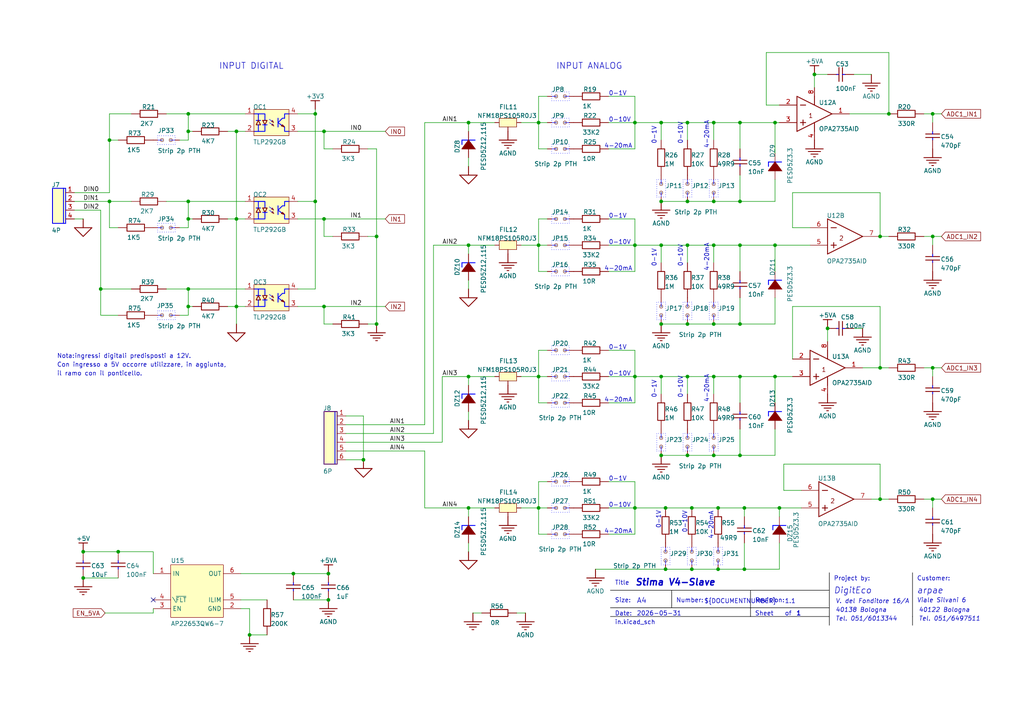
<source format=kicad_sch>
(kicad_sch (version 20230121) (generator eeschema)
  (paper "A4")
  (title_block (title "Stima V4-Slave") (rev "1.1"))
  (junction (at 135.89 147.32))
  (junction (at 24.13 160.02))
  (junction (at 193.04 147.32))
  (junction (at 214.63 132.08))
  (junction (at 68.58 88.9))
  (junction (at 54.61 33.02))
  (junction (at 200.66 147.32))
  (junction (at 191.77 35.56))
  (junction (at 270.51 106.68))
  (junction (at 199.39 71.12))
  (junction (at 240.03 95.25))
  (junction (at 207.01 71.12))
  (junction (at 224.79 71.12))
  (junction (at 208.28 165.1))
  (junction (at 270.51 68.58))
  (junction (at 199.39 132.08))
  (junction (at 270.51 33.02))
  (junction (at 199.39 93.98))
  (junction (at 207.01 93.98))
  (junction (at 54.61 83.82))
  (junction (at 31.75 58.42))
  (junction (at 184.15 71.12))
  (junction (at 156.21 109.22))
  (junction (at 214.63 93.98))
  (junction (at 135.89 35.56))
  (junction (at 95.25 173.99))
  (junction (at 105.41 133.35))
  (junction (at 31.75 40.64))
  (junction (at 215.9 147.32))
  (junction (at 135.89 71.12))
  (junction (at 191.77 132.08))
  (junction (at 184.15 109.22))
  (junction (at 24.13 167.64))
  (junction (at 54.61 88.9))
  (junction (at 214.63 71.12))
  (junction (at 199.39 58.42))
  (junction (at 214.63 58.42))
  (junction (at 191.77 93.98))
  (junction (at 236.22 21.59))
  (junction (at 29.21 83.82))
  (junction (at 156.21 35.56))
  (junction (at 54.61 63.5))
  (junction (at 54.61 38.1))
  (junction (at 72.39 184.15))
  (junction (at 224.79 35.56))
  (junction (at 215.9 165.1))
  (junction (at 214.63 35.56))
  (junction (at 54.61 58.42))
  (junction (at 207.01 109.22))
  (junction (at 156.21 71.12))
  (junction (at 207.01 132.08))
  (junction (at 255.27 106.68))
  (junction (at 85.09 166.37))
  (junction (at 270.51 144.78))
  (junction (at 93.98 63.5))
  (junction (at 68.58 63.5))
  (junction (at 257.81 33.02))
  (junction (at 226.06 147.32))
  (junction (at 34.29 160.02))
  (junction (at 156.21 147.32))
  (junction (at 224.79 109.22))
  (junction (at 109.22 93.98))
  (junction (at 93.98 38.1))
  (junction (at 193.04 165.1))
  (junction (at 199.39 109.22))
  (junction (at 135.89 109.22))
  (junction (at 214.63 109.22))
  (junction (at 95.25 166.37))
  (junction (at 200.66 165.1))
  (junction (at 68.58 38.1))
  (junction (at 207.01 58.42))
  (junction (at 191.77 109.22))
  (junction (at 109.22 68.58))
  (junction (at 191.77 71.12))
  (junction (at 208.28 147.32))
  (junction (at 91.44 58.42))
  (junction (at 93.98 88.9))
  (junction (at 207.01 35.56))
  (junction (at 91.44 33.02))
  (junction (at 255.27 144.78))
  (junction (at 199.39 35.56))
  (junction (at 191.77 58.42))
  (junction (at 184.15 35.56))
  (junction (at 184.15 147.32))
  (junction (at 255.27 68.58))
  (no_connect (at 44.45 173.99))
  (wire (pts (xy 232.41 142.24) (xy 227.33 142.24)))
  (wire (pts (xy 184.15 35.56) (xy 191.77 35.56)))
  (wire (pts (xy 68.58 63.5) (xy 71.12 63.5)))
  (wire (pts (xy 93.98 43.18) (xy 93.98 38.1)))
  (wire (pts (xy 86.36 63.5) (xy 93.98 63.5)))
  (wire (pts (xy 158.75 154.94) (xy 156.21 154.94)))
  (wire (pts (xy 257.81 15.24) (xy 257.81 33.02)))
  (wire (pts (xy 156.21 63.5) (xy 156.21 71.12)))
  (wire (pts (xy 229.87 55.88) (xy 255.27 55.88)))
  (wire (pts (xy 54.61 88.9) (xy 54.61 83.82)))
  (wire (pts (xy 135.89 83.82) (xy 135.89 81.28)))
  (wire (pts (xy 184.15 116.84) (xy 184.15 109.22)))
  (wire (pts (xy 34.29 40.64) (xy 31.75 40.64)))
  (wire (pts (xy 184.15 43.18) (xy 184.15 35.56)))
  (wire (pts (xy 229.87 88.9) (xy 229.87 104.14)))
  (wire (pts (xy 54.61 83.82) (xy 71.12 83.82)))
  (wire (pts (xy 66.04 63.5) (xy 68.58 63.5)))
  (polyline (pts (xy 264.668 178.816) (xy 264.668 181.356)) (stroke (width 0) (type solid) (color 0 0 0 1)))
  (wire (pts (xy 199.39 93.98) (xy 191.77 93.98)))
  (wire (pts (xy 156.21 154.94) (xy 156.21 147.32)))
  (wire (pts (xy 151.13 71.12) (xy 156.21 71.12)))
  (wire (pts (xy 68.58 63.5) (xy 68.58 88.9)))
  (wire (pts (xy 123.19 130.81) (xy 100.33 130.81)))
  (wire (pts (xy 176.53 147.32) (xy 184.15 147.32)))
  (wire (pts (xy 176.53 71.12) (xy 184.15 71.12)))
  (wire (pts (xy 156.21 43.18) (xy 156.21 35.56)))
  (wire (pts (xy 135.89 109.22) (xy 128.27 109.22)))
  (wire (pts (xy 215.9 165.1) (xy 208.28 165.1)))
  (wire (pts (xy 214.63 86.36) (xy 214.63 93.98)))
  (wire (pts (xy 143.51 35.56) (xy 135.89 35.56)))
  (wire (pts (xy 105.41 133.35) (xy 100.33 133.35)))
  (wire (pts (xy 109.22 43.18) (xy 109.22 68.58)))
  (wire (pts (xy 200.66 165.1) (xy 193.04 165.1)))
  (wire (pts (xy 224.79 116.84) (xy 224.79 109.22)))
  (wire (pts (xy 214.63 43.18) (xy 214.63 35.56)))
  (wire (pts (xy 222.25 15.24) (xy 257.81 15.24)))
  (wire (pts (xy 226.06 165.1) (xy 215.9 165.1)))
  (wire (pts (xy 156.21 139.7) (xy 156.21 147.32)))
  (wire (pts (xy 77.47 184.15) (xy 72.39 184.15)))
  (wire (pts (xy 52.07 40.64) (xy 54.61 40.64)))
  (wire (pts (xy 199.39 58.42) (xy 191.77 58.42)))
  (wire (pts (xy 227.33 134.62) (xy 255.27 134.62)))
  (wire (pts (xy 193.04 147.32) (xy 200.66 147.32)))
  (wire (pts (xy 270.51 68.58) (xy 273.05 68.58)))
  (wire (pts (xy 267.97 144.78) (xy 270.51 144.78)))
  (wire (pts (xy 191.77 71.12) (xy 199.39 71.12)))
  (wire (pts (xy 255.27 55.88) (xy 255.27 68.58)))
  (wire (pts (xy 54.61 33.02) (xy 48.26 33.02)))
  (wire (pts (xy 224.79 78.74) (xy 224.79 71.12)))
  (wire (pts (xy 191.77 76.2) (xy 191.77 71.12)))
  (wire (pts (xy 31.75 66.04) (xy 31.75 58.42)))
  (wire (pts (xy 229.87 66.04) (xy 229.87 55.88)))
  (wire (pts (xy 226.06 30.48) (xy 222.25 30.48)))
  (wire (pts (xy 54.61 58.42) (xy 48.26 58.42)))
  (wire (pts (xy 86.36 33.02) (xy 91.44 33.02)))
  (wire (pts (xy 96.52 68.58) (xy 93.98 68.58)))
  (wire (pts (xy 184.15 139.7) (xy 184.15 147.32)))
  (wire (pts (xy 255.27 144.78) (xy 252.73 144.78)))
  (wire (pts (xy 199.39 114.3) (xy 199.39 109.22)))
  (wire (pts (xy 184.15 71.12) (xy 191.77 71.12)))
  (wire (pts (xy 222.25 30.48) (xy 222.25 15.24)))
  (wire (pts (xy 52.07 66.04) (xy 54.61 66.04)))
  (wire (pts (xy 156.21 109.22) (xy 158.75 109.22)))
  (wire (pts (xy 156.21 27.94) (xy 156.21 35.56)))
  (wire (pts (xy 135.89 149.86) (xy 135.89 147.32)))
  (wire (pts (xy 135.89 48.26) (xy 135.89 45.72)))
  (wire (pts (xy 172.72 165.1) (xy 193.04 165.1)))
  (wire (pts (xy 214.63 50.8) (xy 214.63 58.42)))
  (wire (pts (xy 184.15 78.74) (xy 184.15 71.12)))
  (polyline (pts (xy 177.038 176.276) (xy 240.538 176.276)) (stroke (width 0) (type solid) (color 0 0 0 1)))
  (wire (pts (xy 137.16 177.8) (xy 139.7 177.8)))
  (wire (pts (xy 240.03 99.06) (xy 240.03 95.25)))
  (wire (pts (xy 29.21 83.82) (xy 29.21 60.96)))
  (wire (pts (xy 135.89 73.66) (xy 135.89 71.12)))
  (wire (pts (xy 125.73 71.12) (xy 125.73 125.73)))
  (wire (pts (xy 207.01 114.3) (xy 207.01 109.22)))
  (wire (pts (xy 55.88 38.1) (xy 54.61 38.1)))
  (wire (pts (xy 31.75 58.42) (xy 21.59 58.42)))
  (wire (pts (xy 267.97 106.68) (xy 270.51 106.68)))
  (wire (pts (xy 54.61 63.5) (xy 54.61 58.42)))
  (wire (pts (xy 257.81 33.02) (xy 246.38 33.02)))
  (wire (pts (xy 270.51 35.56) (xy 270.51 33.02)))
  (wire (pts (xy 207.01 58.42) (xy 199.39 58.42)))
  (wire (pts (xy 270.51 71.12) (xy 270.51 68.58)))
  (wire (pts (xy 54.61 66.04) (xy 54.61 63.5)))
  (wire (pts (xy 68.58 38.1) (xy 68.58 63.5)))
  (wire (pts (xy 214.63 71.12) (xy 224.79 71.12)))
  (wire (pts (xy 55.88 88.9) (xy 54.61 88.9)))
  (wire (pts (xy 156.21 147.32) (xy 158.75 147.32)))
  (wire (pts (xy 135.89 71.12) (xy 125.73 71.12)))
  (wire (pts (xy 270.51 144.78) (xy 273.05 144.78)))
  (wire (pts (xy 207.01 40.64) (xy 207.01 35.56)))
  (wire (pts (xy 199.39 71.12) (xy 207.01 71.12)))
  (wire (pts (xy 176.53 116.84) (xy 184.15 116.84)))
  (wire (pts (xy 38.1 58.42) (xy 31.75 58.42)))
  (wire (pts (xy 31.75 33.02) (xy 31.75 40.64)))
  (wire (pts (xy 224.79 58.42) (xy 214.63 58.42)))
  (wire (pts (xy 86.36 38.1) (xy 93.98 38.1)))
  (wire (pts (xy 199.39 35.56) (xy 207.01 35.56)))
  (wire (pts (xy 199.39 109.22) (xy 207.01 109.22)))
  (wire (pts (xy 224.79 52.07) (xy 224.79 58.42)))
  (wire (pts (xy 176.53 109.22) (xy 184.15 109.22)))
  (wire (pts (xy 214.63 109.22) (xy 224.79 109.22)))
  (wire (pts (xy 123.19 147.32) (xy 123.19 130.81)))
  (wire (pts (xy 54.61 38.1) (xy 54.61 33.02)))
  (wire (pts (xy 135.89 160.02) (xy 135.89 157.48)))
  (wire (pts (xy 215.9 147.32) (xy 226.06 147.32)))
  (wire (pts (xy 184.15 147.32) (xy 193.04 147.32)))
  (wire (pts (xy 143.51 71.12) (xy 135.89 71.12)))
  (wire (pts (xy 106.68 43.18) (xy 109.22 43.18)))
  (wire (pts (xy 91.44 58.42) (xy 91.44 83.82)))
  (wire (pts (xy 176.53 78.74) (xy 184.15 78.74)))
  (wire (pts (xy 85.09 166.37) (xy 95.25 166.37)))
  (wire (pts (xy 199.39 76.2) (xy 199.39 71.12)))
  (wire (pts (xy 91.44 33.02) (xy 91.44 31.75)))
  (wire (pts (xy 158.75 27.94) (xy 156.21 27.94)))
  (wire (pts (xy 123.19 123.19) (xy 100.33 123.19)))
  (wire (pts (xy 207.01 109.22) (xy 214.63 109.22)))
  (wire (pts (xy 176.53 63.5) (xy 184.15 63.5)))
  (polyline (pts (xy 217.678 171.196) (xy 217.678 178.816)) (stroke (width 0) (type solid) (color 0 0 0 1)))
  (wire (pts (xy 54.61 83.82) (xy 48.26 83.82)))
  (wire (pts (xy 135.89 147.32) (xy 123.19 147.32)))
  (wire (pts (xy 184.15 101.6) (xy 176.53 101.6)))
  (wire (pts (xy 29.21 60.96) (xy 21.59 60.96)))
  (wire (pts (xy 128.27 109.22) (xy 128.27 128.27)))
  (wire (pts (xy 156.21 116.84) (xy 156.21 109.22)))
  (wire (pts (xy 191.77 35.56) (xy 199.39 35.56)))
  (wire (pts (xy 207.01 132.08) (xy 199.39 132.08)))
  (wire (pts (xy 135.89 111.76) (xy 135.89 109.22)))
  (wire (pts (xy 176.53 43.18) (xy 184.15 43.18)))
  (wire (pts (xy 207.01 76.2) (xy 207.01 71.12)))
  (wire (pts (xy 184.15 154.94) (xy 184.15 147.32)))
  (wire (pts (xy 270.51 106.68) (xy 273.05 106.68)))
  (wire (pts (xy 69.85 166.37) (xy 85.09 166.37)))
  (wire (pts (xy 255.27 106.68) (xy 255.27 88.9)))
  (wire (pts (xy 125.73 125.73) (xy 100.33 125.73)))
  (wire (pts (xy 224.79 86.36) (xy 224.79 93.98)))
  (wire (pts (xy 85.09 173.99) (xy 95.25 173.99)))
  (wire (pts (xy 54.61 58.42) (xy 71.12 58.42)))
  (wire (pts (xy 34.29 91.44) (xy 29.21 91.44)))
  (wire (pts (xy 72.39 184.15) (xy 72.39 176.53)))
  (wire (pts (xy 68.58 38.1) (xy 66.04 38.1)))
  (wire (pts (xy 191.77 109.22) (xy 199.39 109.22)))
  (wire (pts (xy 214.63 116.84) (xy 214.63 109.22)))
  (wire (pts (xy 224.79 35.56) (xy 226.06 35.56)))
  (wire (pts (xy 208.28 165.1) (xy 200.66 165.1)))
  (wire (pts (xy 143.51 147.32) (xy 135.89 147.32)))
  (wire (pts (xy 176.53 35.56) (xy 184.15 35.56)))
  (wire (pts (xy 224.79 109.22) (xy 229.87 109.22)))
  (wire (pts (xy 158.75 63.5) (xy 156.21 63.5)))
  (wire (pts (xy 184.15 109.22) (xy 184.15 101.6)))
  (wire (pts (xy 54.61 33.02) (xy 71.12 33.02)))
  (wire (pts (xy 224.79 132.08) (xy 214.63 132.08)))
  (wire (pts (xy 109.22 68.58) (xy 106.68 68.58)))
  (wire (pts (xy 255.27 106.68) (xy 250.19 106.68)))
  (wire (pts (xy 71.12 38.1) (xy 68.58 38.1)))
  (wire (pts (xy 86.36 58.42) (xy 91.44 58.42)))
  (wire (pts (xy 156.21 78.74) (xy 156.21 71.12)))
  (wire (pts (xy 156.21 101.6) (xy 156.21 109.22)))
  (wire (pts (xy 38.1 83.82) (xy 29.21 83.82)))
  (wire (pts (xy 31.75 55.88) (xy 21.59 55.88)))
  (wire (pts (xy 267.97 68.58) (xy 270.51 68.58)))
  (wire (pts (xy 100.33 120.65) (xy 105.41 120.65)))
  (wire (pts (xy 214.63 35.56) (xy 224.79 35.56)))
  (wire (pts (xy 151.13 147.32) (xy 156.21 147.32)))
  (wire (pts (xy 270.51 33.02) (xy 273.05 33.02)))
  (wire (pts (xy 176.53 139.7) (xy 184.15 139.7)))
  (wire (pts (xy 214.63 93.98) (xy 207.01 93.98)))
  (wire (pts (xy 224.79 93.98) (xy 214.63 93.98)))
  (wire (pts (xy 68.58 88.9) (xy 71.12 88.9)))
  (wire (pts (xy 93.98 63.5) (xy 111.76 63.5)))
  (wire (pts (xy 143.51 109.22) (xy 135.89 109.22)))
  (wire (pts (xy 96.52 93.98) (xy 93.98 93.98)))
  (wire (pts (xy 255.27 68.58) (xy 257.81 68.58)))
  (wire (pts (xy 208.28 147.32) (xy 215.9 147.32)))
  (wire (pts (xy 29.21 91.44) (xy 29.21 83.82)))
  (wire (pts (xy 214.63 132.08) (xy 207.01 132.08)))
  (wire (pts (xy 135.89 38.1) (xy 135.89 35.56)))
  (wire (pts (xy 176.53 154.94) (xy 184.15 154.94)))
  (wire (pts (xy 226.06 147.32) (xy 232.41 147.32)))
  (wire (pts (xy 184.15 109.22) (xy 191.77 109.22)))
  (wire (pts (xy 158.75 101.6) (xy 156.21 101.6)))
  (wire (pts (xy 69.85 173.99) (xy 77.47 173.99)))
  (wire (pts (xy 135.89 121.92) (xy 135.89 119.38)))
  (wire (pts (xy 68.58 93.98) (xy 68.58 88.9)))
  (polyline (pts (xy 177.038 171.196) (xy 240.538 171.196)) (stroke (width 0) (type solid) (color 0 0 0 1)))
  (wire (pts (xy 34.29 160.02) (xy 44.45 160.02)))
  (wire (pts (xy 247.65 95.25) (xy 250.19 95.25)))
  (wire (pts (xy 151.13 35.56) (xy 156.21 35.56)))
  (wire (pts (xy 128.27 128.27) (xy 100.33 128.27)))
  (wire (pts (xy 255.27 88.9) (xy 229.87 88.9)))
  (wire (pts (xy 214.63 124.46) (xy 214.63 132.08)))
  (wire (pts (xy 44.45 160.02) (xy 44.45 166.37)))
  (wire (pts (xy 93.98 68.58) (xy 93.98 63.5)))
  (wire (pts (xy 91.44 58.42) (xy 91.44 33.02)))
  (wire (pts (xy 270.51 147.32) (xy 270.51 144.78)))
  (wire (pts (xy 176.53 27.94) (xy 184.15 27.94)))
  (wire (pts (xy 106.68 93.98) (xy 109.22 93.98)))
  (wire (pts (xy 224.79 71.12) (xy 234.95 71.12)))
  (wire (pts (xy 207.01 71.12) (xy 214.63 71.12)))
  (wire (pts (xy 191.77 40.64) (xy 191.77 35.56)))
  (wire (pts (xy 158.75 43.18) (xy 156.21 43.18)))
  (wire (pts (xy 109.22 93.98) (xy 109.22 68.58)))
  (wire (pts (xy 236.22 21.59) (xy 240.03 21.59)))
  (wire (pts (xy 24.13 160.02) (xy 34.29 160.02)))
  (wire (pts (xy 54.61 91.44) (xy 54.61 88.9)))
  (wire (pts (xy 270.51 109.22) (xy 270.51 106.68)))
  (wire (pts (xy 184.15 63.5) (xy 184.15 71.12)))
  (wire (pts (xy 214.63 58.42) (xy 207.01 58.42)))
  (wire (pts (xy 123.19 35.56) (xy 123.19 123.19)))
  (wire (pts (xy 184.15 27.94) (xy 184.15 35.56)))
  (polyline (pts (xy 194.818 171.196) (xy 194.818 176.276)) (stroke (width 0) (type solid) (color 0 0 0 1)))
  (wire (pts (xy 255.27 134.62) (xy 255.27 144.78)))
  (wire (pts (xy 215.9 149.86) (xy 215.9 147.32)))
  (wire (pts (xy 156.21 71.12) (xy 158.75 71.12)))
  (wire (pts (xy 24.13 167.64) (xy 34.29 167.64)))
  (wire (pts (xy 93.98 93.98) (xy 93.98 88.9)))
  (wire (pts (xy 72.39 176.53) (xy 69.85 176.53)))
  (wire (pts (xy 207.01 35.56) (xy 214.63 35.56)))
  (wire (pts (xy 152.4 177.8) (xy 149.86 177.8)))
  (wire (pts (xy 156.21 35.56) (xy 158.75 35.56)))
  (wire (pts (xy 91.44 83.82) (xy 86.36 83.82)))
  (wire (pts (xy 86.36 88.9) (xy 93.98 88.9)))
  (wire (pts (xy 207.01 93.98) (xy 199.39 93.98)))
  (wire (pts (xy 247.65 21.59) (xy 252.73 21.59)))
  (wire (pts (xy 227.33 142.24) (xy 227.33 134.62)))
  (wire (pts (xy 267.97 33.02) (xy 270.51 33.02)))
  (wire (pts (xy 52.07 91.44) (xy 54.61 91.44)))
  (wire (pts (xy 54.61 40.64) (xy 54.61 38.1)))
  (wire (pts (xy 105.41 120.65) (xy 105.41 133.35)))
  (wire (pts (xy 93.98 88.9) (xy 111.76 88.9)))
  (wire (pts (xy 96.52 43.18) (xy 93.98 43.18)))
  (wire (pts (xy 44.45 177.8) (xy 44.45 176.53)))
  (wire (pts (xy 151.13 109.22) (xy 156.21 109.22)))
  (polyline (pts (xy 240.538 166.116) (xy 240.538 178.816)) (stroke (width 0) (type solid) (color 0 0 0 1)))
  (wire (pts (xy 200.66 147.32) (xy 208.28 147.32)))
  (wire (pts (xy 234.95 66.04) (xy 229.87 66.04)))
  (wire (pts (xy 215.9 157.48) (xy 215.9 165.1)))
  (wire (pts (xy 24.13 63.5) (xy 21.59 63.5)))
  (wire (pts (xy 226.06 149.86) (xy 226.06 147.32)))
  (wire (pts (xy 255.27 144.78) (xy 257.81 144.78)))
  (wire (pts (xy 66.04 88.9) (xy 68.58 88.9)))
  (wire (pts (xy 158.75 116.84) (xy 156.21 116.84)))
  (wire (pts (xy 199.39 132.08) (xy 191.77 132.08)))
  (wire (pts (xy 34.29 66.04) (xy 31.75 66.04)))
  (wire (pts (xy 30.48 177.8) (xy 44.45 177.8)))
  (wire (pts (xy 236.22 25.4) (xy 236.22 21.59)))
  (wire (pts (xy 38.1 33.02) (xy 31.75 33.02)))
  (wire (pts (xy 224.79 124.46) (xy 224.79 132.08)))
  (wire (pts (xy 158.75 139.7) (xy 156.21 139.7)))
  (wire (pts (xy 214.63 78.74) (xy 214.63 71.12)))
  (wire (pts (xy 226.06 157.48) (xy 226.06 165.1)))
  (wire (pts (xy 31.75 40.64) (xy 31.75 55.88)))
  (wire (pts (xy 55.88 63.5) (xy 54.61 63.5)))
  (wire (pts (xy 199.39 40.64) (xy 199.39 35.56)))
  (wire (pts (xy 224.79 44.45) (xy 224.79 35.56)))
  (wire (pts (xy 255.27 106.68) (xy 257.81 106.68)))
  (wire (pts (xy 135.89 35.56) (xy 123.19 35.56)))
  (wire (pts (xy 93.98 38.1) (xy 111.76 38.1)))
  (wire (pts (xy 158.75 78.74) (xy 156.21 78.74)))
  (wire (pts (xy 191.77 114.3) (xy 191.77 109.22)))
  (polyline (pts (xy 264.668 166.116) (xy 264.668 166.116) (xy 264.668 178.816)) (stroke (width 0) (type solid) (color 0 0 0 1)))
  (polyline (pts (xy 177.038 178.816) (xy 240.538 178.816) (xy 240.538 181.356)) (stroke (width 0) (type solid) (color 0 0 0 1)))
  (text "INPUT DIGITAL" (at 63.5 20.32 0) (effects (font (size 1.778 1.778)) (justify left bottom)))
  (text "0-1V" (at 176.53 139.7 0) (effects (font (size 1.27 1.27)) (justify left bottom)))
  (text "0-1V" (at 190.5 115.57 90) (effects (font (size 1.27 1.27)) (justify left bottom)))
  (text "0-1V" (at 191.77 153.416 90) (effects (font (size 1.27 1.27)) (justify left bottom)))
  (text "${FILENAME}" (at 178.308 181.356 0) (effects (font (size 1.27 1.27)) (justify left bottom)))
  (text "ingressi digitali predisposti a 12V." (at 21.59 104.14 0) (effects (font (size 1.27 1.27)) (justify left bottom)))
  (text "Title" (at 178.308 169.926 0) (effects (font (size 1.27 1.27)) (justify left bottom)))
  (text "arpae" (at 265.938 172.466 0) (effects (font (size 1.778 1.778) italic) (justify left bottom)))
  (text "Tel. 051/6013344" (at 242.316 180.34 0) (effects (font (size 1.27 1.27) italic) (justify left bottom)))
  (text "0-10V" (at 176.53 35.56 0) (effects (font (size 1.27 1.27)) (justify left bottom)))
  (text "${TITLE}" (at 184.15 170.18 0) (effects (font (size 1.905 1.905) bold italic) (justify left bottom)))
  (text "Number:" (at 196.088 175.006 0) (effects (font (size 1.27 1.27)) (justify left bottom)))
  (text "Sheet" (at 218.948 178.816 0) (effects (font (size 1.27 1.27)) (justify left bottom)))
  (text "Viale Silvani 6" (at 265.938 175.006 0) (effects (font (size 1.27 1.27) italic) (justify left bottom)))
  (text "40138 Bologna" (at 242.316 177.8 0) (effects (font (size 1.27 1.27) italic) (justify left bottom)))
  (text "0-1V" (at 176.53 27.94 0) (effects (font (size 1.27 1.27)) (justify left bottom)))
  (text "4-20mA" (at 175.26 43.18 0) (effects (font (size 1.27 1.27)) (justify left bottom)))
  (text "4-20mA" (at 175.26 78.74 0) (effects (font (size 1.27 1.27)) (justify left bottom)))
  (text "0-10V" (at 199.39 154.686 90) (effects (font (size 1.27 1.27)) (justify left bottom)))
  (text "il ramo con il ponticello." (at 16.51 109.22 0) (effects (font (size 1.27 1.27)) (justify left bottom)))
  (text "Customer:" (at 265.938 168.656 0) (effects (font (size 1.27 1.27)) (justify left bottom)))
  (text "${CURRENT_DATE}" (at 184.658 178.816 0) (effects (font (size 1.27 1.27)) (justify left bottom)))
  (text "0-10V" (at 176.53 109.22 0) (effects (font (size 1.27 1.27)) (justify left bottom)))
  (text "40122 Bologna" (at 266.446 177.8 0) (effects (font (size 1.27 1.27) italic) (justify left bottom)))
  (text "0-10V" (at 176.53 71.12 0) (effects (font (size 1.27 1.27)) (justify left bottom)))
  (text "Tel. 051/6497511" (at 266.446 180.34 0) (effects (font (size 1.27 1.27) italic) (justify left bottom)))
  (text "Date:" (at 178.308 178.816 0) (effects (font (size 1.27 1.27)) (justify left bottom)))
  (text "A4" (at 184.658 175.26 0) (effects (font (size 1.524 1.524)) (justify left bottom)))
  (text "4-20mA" (at 205.74 78.74 90) (effects (font (size 1.27 1.27)) (justify left bottom)))
  (text "Size:" (at 178.308 175.006 0) (effects (font (size 1.27 1.27)) (justify left bottom)))
  (text "${#}" (at 224.282 178.816 0) (effects (font (size 1.27 1.27) bold) (justify left bottom)))
  (text "4-20mA" (at 175.26 154.94 0) (effects (font (size 1.27 1.27)) (justify left bottom)))
  (text "INPUT ANALOG" (at 161.29 20.32 0) (effects (font (size 1.778 1.778)) (justify left bottom)))
  (text "4-20mA" (at 175.26 116.84 0) (effects (font (size 1.27 1.27)) (justify left bottom)))
  (text "1.1" (at 227.584 175.26 0) (effects (font (size 1.27 1.27)) (justify left bottom)))
  (text "" (at 184.658 181.356 0) (effects (font (size 1.27 1.27)) (justify left bottom)))
  (text "${##}" (at 230.886 178.816 0) (effects (font (size 1.27 1.27) bold) (justify left bottom)))
  (text "4-20mA" (at 205.74 116.84 90) (effects (font (size 1.27 1.27)) (justify left bottom)))
  (text "0-10V" (at 198.12 115.57 90) (effects (font (size 1.27 1.27)) (justify left bottom)))
  (text "0-10V" (at 198.12 77.47 90) (effects (font (size 1.27 1.27)) (justify left bottom)))
  (text "0-1V" (at 190.5 41.91 90) (effects (font (size 1.27 1.27)) (justify left bottom)))
  (text "Nota:" (at 16.51 104.14 0) (effects (font (size 1.27 1.27)) (justify left bottom)))
  (text "Revision:" (at 218.948 175.006 0) (effects (font (size 1.27 1.27)) (justify left bottom)))
  (text "0-10V" (at 176.53 147.32 0) (effects (font (size 1.27 1.27)) (justify left bottom)))
  (text "0-1V" (at 176.53 101.6 0) (effects (font (size 1.27 1.27)) (justify left bottom)))
  (text "0-1V" (at 190.5 77.47 90) (effects (font (size 1.27 1.27)) (justify left bottom)))
  (text "DigitEco" (at 241.808 172.466 0) (effects (font (size 1.778 1.778) italic) (justify left bottom)))
  (text "0-10V" (at 198.12 41.91 90) (effects (font (size 1.27 1.27)) (justify left bottom)))
  (text "${DOCUMENTNUMBER}" (at 204.216 175.26 0) (effects (font (size 1.27 1.27)) (justify left bottom)))
  (text "V. del Fonditore 16/A" (at 242.316 175.26 0) (effects (font (size 1.27 1.27) italic) (justify left bottom)))
  (text "0-1V" (at 176.53 63.5 0) (effects (font (size 1.27 1.27)) (justify left bottom)))
  (text "Con ingresso a 5V occorre utilizzare, in aggiunta," (at 16.51 106.68 0) (effects (font (size 1.27 1.27)) (justify left bottom)))
  (text "of" (at 227.584 178.816 0) (effects (font (size 1.27 1.27)) (justify left bottom)))
  (text "4-20mA" (at 205.74 43.18 90) (effects (font (size 1.27 1.27)) (justify left bottom)))
  (text "Project by:" (at 241.808 168.656 0) (effects (font (size 1.27 1.27)) (justify left bottom)))
  (text "4-20mA" (at 207.01 156.464 90) (effects (font (size 1.27 1.27)) (justify left bottom)))
  (label "AIN3" (at 113.03 128.27 180))
  (label "AIN2" (at 128.27 71.12 180))
  (label "DIN1" (at 24.13 58.42 180))
  (label "IN0" (at 101.6 38.1 180))
  (label "DIN2" (at 24.13 60.96 180))
  (label "AIN4" (at 113.03 130.81 180))
  (label "AIN2" (at 113.03 125.73 180))
  (label "AIN4" (at 128.27 147.32 180))
  (label "AIN1" (at 113.03 123.19 180))
  (label "IN1" (at 101.6 63.5 180))
  (label "AIN1" (at 128.27 35.56 180))
  (label "IN2" (at 101.6 88.9 180))
  (label "DIN0" (at 24.13 55.88 180))
  (label "AIN3" (at 128.27 109.22 180))
  (global_label "EN_5VA" (shape input) (at 30.48 177.8 180) (property "Intersheetrefs" "${INTERSHEET_REFS}" (effects hide)))
  (global_label "ADC1_IN4" (shape input) (at 273.05 144.78 0) (property "Intersheetrefs" "${INTERSHEET_REFS}" (effects hide)))
  (global_label "ADC1_IN3" (shape input) (at 273.05 106.68 0) (property "Intersheetrefs" "${INTERSHEET_REFS}" (effects hide)))
  (global_label "IN1" (shape input) (at 111.76 63.5 0) (property "Intersheetrefs" "${INTERSHEET_REFS}" (effects hide)))
  (global_label "ADC1_IN1" (shape input) (at 273.05 33.02 0) (property "Intersheetrefs" "${INTERSHEET_REFS}" (effects hide)))
  (global_label "IN2" (shape input) (at 111.76 88.9 0) (property "Intersheetrefs" "${INTERSHEET_REFS}" (effects hide)))
  (global_label "ADC1_IN2" (shape input) (at 273.05 68.58 0) (property "Intersheetrefs" "${INTERSHEET_REFS}" (effects hide)))
  (global_label "IN0" (shape input) (at 111.76 38.1 0) (property "Intersheetrefs" "${INTERSHEET_REFS}" (effects hide)))
  (symbol (lib_id "Stima V4 Slave Rev1_1-altium-import:AGND") (at 191.77 58.42 0) (unit 1)
    (property "Reference" "#PWR?" (effects hide))
    (property "Value" "AGND" (at 191.77 64.77 0))
  )
  (symbol (lib_id "Stima V4 Slave Rev1_1-altium-import:root_0_C0603") (at 270.51 149.86 0) (unit 1)
    (property "Reference" "C61" (at 272.796 152.146 0) (effects (justify left bottom)))
    (property "Value" "470pF" (at 272.796 154.686 0) (effects (justify left bottom)))
    (property "Footprint" "Library_Slave_impronte:0603" (effects hide))
    (property "PACKAGE REFERENCE" "0603" (effects hide))
    (property "TYPE" "Multistrato X5R/X7R" (effects hide))
    (property "ALTIUM_VALUE" "470pF" (effects hide))
    (property "VOLTAGE" "50V" (effects hide))
  )
  (symbol (lib_id "Stima V4 Slave Rev1_1-altium-import:root_0_Transil SMD PESD5") (at 135.89 114.3 0) (unit 1)
    (property "Reference" "DZ12" (at 133.35 118.11 90) (effects (justify left bottom)))
    (property "Value" "PESD5Z12,115" (at 140.97 123.19 90) (effects (justify left bottom)))
    (property "Footprint" "Library_Slave_impronte:SOD 523(SC-79)" (effects hide))
    (property "PACKAGE REFERENCE" "SOD523" (effects hide))
  )
  (symbol (lib_id "Stima V4 Slave Rev1_1-altium-import:root_0_Res 0603") (at 58.42 35.56 0) (unit 1)
    (property "Reference" "R23" (at 58.42 37.084 0) (effects (justify left bottom)))
    (property "Value" "4K7" (at 58.42 41.656 0) (effects (justify left bottom)))
    (property "Footprint" "Library_Slave_impronte:0603" (effects hide))
    (property "ALTIUM_VALUE" "4K7" (effects hide))
    (property "PRECISION" "5%" (effects hide))
    (property "PACKAGE REFERENCE" "0603" (effects hide))
    (property "POWER" "1/10W" (effects hide))
  )
  (symbol (lib_id "Stima V4 Slave Rev1_1-altium-import:AGND") (at 191.77 132.08 0) (unit 1)
    (property "Reference" "#PWR?" (effects hide))
    (property "Value" "AGND" (at 191.77 138.43 0))
  )
  (symbol (lib_id "Stima V4 Slave Rev1_1-altium-import:root_0_C0603") (at 214.63 81.28 0) (unit 1)
    (property "Reference" "C57" (at 216.916 83.566 0) (effects (justify left bottom)))
    (property "Value" "10nF" (at 216.916 86.106 0) (effects (justify left bottom)))
    (property "Footprint" "Library_Slave_impronte:0603" (effects hide))
    (property "PACKAGE REFERENCE" "0603" (effects hide))
    (property "TYPE" "Multistrato X5R/X7R" (effects hide))
    (property "ALTIUM_VALUE" "10nF" (effects hide))
    (property "VOLTAGE" "50V" (effects hide))
  )
  (symbol (lib_id "Stima V4 Slave Rev1_1-altium-import:AGND") (at 147.32 149.86 0) (unit 1)
    (property "Reference" "#PWR?" (effects hide))
    (property "Value" "AGND" (at 147.32 156.21 0))
  )
  (symbol (lib_id "Stima V4 Slave Rev1_1-altium-import:root_0_Transil SMD PESD5") (at 226.06 152.4 0) (unit 1)
    (property "Reference" "DZ15" (at 229.87 157.226 90) (effects (justify left bottom)))
    (property "Value" "PESD5Z3.3" (at 231.648 159.004 90) (effects (justify left bottom)))
    (property "Footprint" "Library_Slave_impronte:SOD 523(SC-79)" (effects hide))
    (property "PACKAGE REFERENCE" "SOD523" (effects hide))
  )
  (symbol (lib_id "Stima V4 Slave Rev1_1-altium-import:root_0_Res 0603") (at 260.35 142.24 0) (unit 1)
    (property "Reference" "R50" (at 260.35 143.51 0) (effects (justify left bottom)))
    (property "Value" "330R" (at 260.35 148.336 0) (effects (justify left bottom)))
    (property "Footprint" "Library_Slave_impronte:0603" (effects hide))
    (property "ALTIUM_VALUE" "330R" (effects hide))
    (property "PRECISION" "1%" (effects hide))
    (property "PACKAGE REFERENCE" "0603" (effects hide))
    (property "POWER" "1/10W" (effects hide))
  )
  (symbol (lib_id "Stima V4 Slave Rev1_1-altium-import:root_0_C0603") (at 34.29 162.56 0) (unit 1)
    (property "Reference" "C64" (at 36.576 164.846 0) (effects (justify left bottom)))
    (property "Value" "100nF" (at 36.576 167.386 0) (effects (justify left bottom)))
    (property "Footprint" "Library_Slave_impronte:0603" (effects hide))
    (property "PACKAGE REFERENCE" "0603" (effects hide))
    (property "TYPE" "Multistrato X5R/X7R" (effects hide))
    (property "ALTIUM_VALUE" "100nF" (effects hide))
    (property "VOLTAGE" "50V" (effects hide))
  )
  (symbol (lib_id "Stima V4 Slave Rev1_1-altium-import:root_0_NFM18PS") (at 144.78 34.29 0) (unit 1)
    (property "Reference" "FIL11" (at 144.78 31.75 0) (effects (justify left bottom)))
    (property "Value" "NFM18PS105R0J3" (at 138.43 34.29 0) (effects (justify left bottom)))
    (property "Footprint" "Library_Slave_impronte:NFM18PS" (effects hide))
    (property "TYPE" "NFM18PS MURATA" (effects hide))
    (property "ALTIUM_VALUE" "NFM18PS105R0J3" (effects hide))
  )
  (symbol (lib_id "Stima V4 Slave Rev1_1-altium-import:AGND") (at 147.32 111.76 0) (unit 1)
    (property "Reference" "#PWR?" (effects hide))
    (property "Value" "AGND" (at 147.32 118.11 0))
  )
  (symbol (lib_id "Stima V4 Slave Rev1_1-altium-import:root_0_TLP280-1") (at 73.66 82.55 0) (unit 1)
    (property "Reference" "OC3" (at 73.406 82.55 0) (effects (justify left bottom)))
    (property "Value" "TLP292GB" (at 73.406 92.71 0) (effects (justify left bottom)))
    (property "Footprint" "Library_Slave_impronte:SO4-OPTO" (effects hide))
  )
  (symbol (lib_id "Stima V4 Slave Rev1_1-altium-import:root_0_Res 0603") (at 168.91 106.68 0) (unit 1)
    (property "Reference" "R44" (at 169.164 107.95 0) (effects (justify left bottom)))
    (property "Value" "33K2" (at 168.91 112.776 0) (effects (justify left bottom)))
    (property "Footprint" "Library_Slave_impronte:0603" (effects hide))
    (property "ALTIUM_VALUE" "33K2" (effects hide))
    (property "PRECISION" "1%" (effects hide))
    (property "PACKAGE REFERENCE" "0603" (effects hide))
    (property "POWER" "1/10W" (effects hide))
  )
  (symbol (lib_id "Stima V4 Slave Rev1_1-altium-import:AGND") (at 152.4 177.8 0) (unit 1)
    (property "Reference" "#PWR?" (effects hide))
    (property "Value" "AGND" (at 152.4 184.15 0))
  )
  (symbol (lib_id "Stima V4 Slave Rev1_1-altium-import:root_0_Transil SMD PESD5") (at 224.79 46.99 0) (unit 1)
    (property "Reference" "DZ9" (at 224.79 45.72 90) (effects (justify left bottom)))
    (property "Value" "PESD5Z3.3" (at 229.87 53.34 90) (effects (justify left bottom)))
    (property "Footprint" "Library_Slave_impronte:SOD 523(SC-79)" (effects hide))
    (property "PACKAGE REFERENCE" "SOD523" (effects hide))
  )
  (symbol (lib_id "Stima V4 Slave Rev1_1-altium-import:root_0_Res 0603") (at 168.91 144.78 0) (unit 1)
    (property "Reference" "R51" (at 169.164 146.05 0) (effects (justify left bottom)))
    (property "Value" "33K2" (at 168.91 150.876 0) (effects (justify left bottom)))
    (property "Footprint" "Library_Slave_impronte:0603" (effects hide))
    (property "ALTIUM_VALUE" "33K2" (effects hide))
    (property "PRECISION" "1%" (effects hide))
    (property "PACKAGE REFERENCE" "0603" (effects hide))
    (property "POWER" "1/10W" (effects hide))
  )
  (symbol (lib_id "Stima V4 Slave Rev1_1-altium-import:root_1_JUMP1") (at 160.02 72.39 0) (unit 1)
    (property "Reference" "JP15" (at 160.02 69.85 0) (effects (justify left bottom)))
    (property "Value" "Strip 2p PTH" (effects hide))
    (property "Footprint" "Library_Slave_impronte:STRIP2P" (effects hide))
    (property "PACKAGE REFERENCE" "PTH" (effects hide))
  )
  (symbol (lib_id "Stima V4 Slave Rev1_1-altium-import:root_2_JUMP1") (at 208.28 92.71 0) (unit 1)
    (property "Reference" "JP19" (at 208.28 90.17 0) (effects (justify left bottom)))
    (property "Value" "Strip 2p PTH" (at 196.85 97.79 0) (effects (justify left bottom)))
    (property "Footprint" "Library_Slave_impronte:STRIP2P" (effects hide))
    (property "PACKAGE REFERENCE" "PTH" (effects hide))
  )
  (symbol (lib_id "Stima V4 Slave Rev1_1-altium-import:root_0_Res 0603") (at 260.35 66.04 0) (unit 1)
    (property "Reference" "R32" (at 260.35 67.31 0) (effects (justify left bottom)))
    (property "Value" "330R" (at 260.35 72.136 0) (effects (justify left bottom)))
    (property "Footprint" "Library_Slave_impronte:0603" (effects hide))
    (property "ALTIUM_VALUE" "330R" (effects hide))
    (property "PRECISION" "1%" (effects hide))
    (property "PACKAGE REFERENCE" "0603" (effects hide))
    (property "POWER" "1/10W" (effects hide))
  )
  (symbol (lib_id "Stima V4 Slave Rev1_1-altium-import:+5VA") (at 95.25 166.37 180) (unit 1)
    (property "Reference" "#PWR?" (effects hide))
    (property "Value" "+5VA" (at 95.25 162.56 0))
  )
  (symbol (lib_id "Stima V4 Slave Rev1_1-altium-import:root_2_JUMP1") (at 200.66 92.71 0) (unit 1)
    (property "Reference" "JP18" (at 200.66 90.17 0) (effects (justify left bottom)))
    (property "Value" "Strip 2p PTH" (effects hide))
    (property "Footprint" "Library_Slave_impronte:STRIP2P" (effects hide))
    (property "PACKAGE REFERENCE" "PTH" (effects hide))
  )
  (symbol (lib_id "Stima V4 Slave Rev1_1-altium-import:root_0_C0603") (at 215.9 152.4 0) (unit 1)
    (property "Reference" "C62" (at 218.186 154.686 0) (effects (justify left bottom)))
    (property "Value" "10nF" (at 218.186 157.226 0) (effects (justify left bottom)))
    (property "Footprint" "Library_Slave_impronte:0603" (effects hide))
    (property "PACKAGE REFERENCE" "0603" (effects hide))
    (property "TYPE" "Multistrato X5R/X7R" (effects hide))
    (property "ALTIUM_VALUE" "10nF" (effects hide))
    (property "VOLTAGE" "50V" (effects hide))
  )
  (symbol (lib_id "Stima V4 Slave Rev1_1-altium-import:root_0_Res 0805") (at 36.83 63.5 0) (unit 1)
    (property "Reference" "R74" (at 37.084 64.77 0) (effects (justify left bottom)))
    (property "Value" "1K5" (at 36.83 69.596 0) (effects (justify left bottom)))
    (property "Footprint" "Library_Slave_impronte:0805" (effects hide))
    (property "ALTIUM_VALUE" "1K5" (effects hide))
    (property "PRECISION" "5%" (effects hide))
    (property "PACKAGE REFERENCE" "0805" (effects hide))
    (property "POWER" "1/8W" (effects hide))
  )
  (symbol (lib_id "Stima V4 Slave Rev1_1-altium-import:root_2_JUMP1") (at 201.93 163.83 0) (unit 1)
    (property "Reference" "JP30" (at 201.93 161.29 0) (effects (justify left bottom)))
    (property "Value" "Strip 2p PTH" (effects hide))
    (property "Footprint" "Library_Slave_impronte:STRIP2P" (effects hide))
    (property "PACKAGE REFERENCE" "PTH" (effects hide))
  )
  (symbol (lib_id "Stima V4 Slave Rev1_1-altium-import:root_1_Res 0603") (at 205.74 154.94 0) (unit 1)
    (property "Reference" "R55" (at 209.296 152.4 0) (effects (justify left bottom)))
    (property "Value" "49R9" (at 208.788 156.718 0) (effects (justify left bottom)))
    (property "Footprint" "Library_Slave_impronte:0603" (effects hide))
    (property "ALTIUM_VALUE" "49R9" (effects hide))
    (property "PRECISION" "1%" (effects hide))
    (property "PACKAGE REFERENCE" "0603" (effects hide))
    (property "POWER" "1/10W" (effects hide))
  )
  (symbol (lib_id "Stima V4 Slave Rev1_1-altium-import:root_0_AP22653Q") (at 49.53 163.83 0) (unit 1)
    (property "Reference" "U15" (at 49.53 163.322 0) (effects (justify left bottom)))
    (property "Value" "AP22653QW6-7" (at 49.53 181.61 0) (effects (justify left bottom)))
    (property "Footprint" "Library_Slave_impronte:SOT26" (effects hide))
    (property "PACKAGE REFERENCE" "SOT26" (effects hide))
  )
  (symbol (lib_id "Stima V4 Slave Rev1_1-altium-import:root_2_JUMP1") (at 193.04 130.81 0) (unit 1)
    (property "Reference" "JP23" (at 193.04 128.27 0) (effects (justify left bottom)))
    (property "Value" "Strip 2p PTH" (effects hide))
    (property "Footprint" "Library_Slave_impronte:STRIP2P" (effects hide))
    (property "PACKAGE REFERENCE" "PTH" (effects hide))
  )
  (symbol (lib_id "Stima V4 Slave Rev1_1-altium-import:root_0_Res 0603") (at 99.06 66.04 0) (unit 1)
    (property "Reference" "R33" (at 99.314 67.31 0) (effects (justify left bottom)))
    (property "Value" "3K3" (at 99.06 72.136 0) (effects (justify left bottom)))
    (property "Footprint" "Library_Slave_impronte:0603" (effects hide))
    (property "ALTIUM_VALUE" "3K3" (effects hide))
    (property "PRECISION" "5%" (effects hide))
    (property "PACKAGE REFERENCE" "0603" (effects hide))
    (property "POWER" "1/10W" (effects hide))
  )
  (symbol (lib_id "Stima V4 Slave Rev1_1-altium-import:root_2_JUMP1") (at 208.28 130.81 0) (unit 1)
    (property "Reference" "JP25" (at 208.28 128.27 0) (effects (justify left bottom)))
    (property "Value" "Strip 2p PTH" (at 196.85 135.89 0) (effects (justify left bottom)))
    (property "Footprint" "Library_Slave_impronte:STRIP2P" (effects hide))
    (property "PACKAGE REFERENCE" "PTH" (effects hide))
  )
  (symbol (lib_id "Stima V4 Slave Rev1_1-altium-import:EGND") (at 135.89 121.92 0) (unit 1)
    (property "Reference" "#PWR?" (effects hide))
    (property "Value" "EGND" (effects hide))
  )
  (symbol (lib_id "Stima V4 Slave Rev1_1-altium-import:root_0_Res 0603") (at 142.24 175.26 0) (unit 1)
    (property "Reference" "R56" (at 142.24 176.53 0) (effects (justify left bottom)))
    (property "Value" "0R" (at 142.24 181.356 0) (effects (justify left bottom)))
    (property "Footprint" "Library_Slave_impronte:0603" (effects hide))
    (property "ALTIUM_VALUE" "0R" (effects hide))
    (property "PRECISION" "1%" (effects hide))
    (property "PACKAGE REFERENCE" "0603" (effects hide))
    (property "POWER" "1/10W" (effects hide))
  )
  (symbol (lib_id "Stima V4 Slave Rev1_1-altium-import:root_0_OPA2735") (at 240.03 63.5 0) (unit 2)
    (property "Reference" "U12" (at 239.776 63.246 0) (effects (justify left bottom)))
    (property "Value" "OPA2735AID" (at 239.776 76.454 0) (effects (justify left bottom)))
    (property "Footprint" "Library_Slave_impronte:SO8" (effects hide))
    (property "NOTE ESTENSIONI" "AIDGKT= Case MSOP8 - AID= Case SO8" (effects hide))
  )
  (symbol (lib_id "Stima V4 Slave Rev1_1-altium-import:root_0_OPA2735") (at 231.14 27.94 0) (unit 1)
    (property "Reference" "U12" (at 237.49 30.48 0) (effects (justify left bottom)))
    (property "Value" "OPA2735AID" (at 237.49 38.1 0) (effects (justify left bottom)))
    (property "Footprint" "Library_Slave_impronte:SO8" (effects hide))
    (property "NOTE ESTENSIONI" "AIDGKT= Case MSOP8 - AID= Case SO8" (effects hide))
  )
  (symbol (lib_id "Stima V4 Slave Rev1_1-altium-import:root_0_Res 0603") (at 260.35 104.14 0) (unit 1)
    (property "Reference" "R43" (at 260.35 105.41 0) (effects (justify left bottom)))
    (property "Value" "330R" (at 260.35 110.236 0) (effects (justify left bottom)))
    (property "Footprint" "Library_Slave_impronte:0603" (effects hide))
    (property "ALTIUM_VALUE" "330R" (effects hide))
    (property "PRECISION" "1%" (effects hide))
    (property "PACKAGE REFERENCE" "0603" (effects hide))
    (property "POWER" "1/10W" (effects hide))
  )
  (symbol (lib_id "Stima V4 Slave Rev1_1-altium-import:EGND") (at 24.13 63.5 0) (unit 1)
    (property "Reference" "#PWR?" (effects hide))
    (property "Value" "EGND" (effects hide))
  )
  (symbol (lib_id "Stima V4 Slave Rev1_1-altium-import:GND") (at 72.39 184.15 0) (unit 1)
    (property "Reference" "#PWR?" (effects hide))
    (property "Value" "GND" (effects hide))
  )
  (symbol (lib_id "Stima V4 Slave Rev1_1-altium-import:root_0_Res 0805") (at 40.64 30.48 0) (unit 1)
    (property "Reference" "R21" (at 41.148 31.75 0) (effects (justify left bottom)))
    (property "Value" "2K7" (at 40.64 36.576 0) (effects (justify left bottom)))
    (property "Footprint" "Library_Slave_impronte:0805" (effects hide))
    (property "ALTIUM_VALUE" "2K7" (effects hide))
    (property "PRECISION" "5%" (effects hide))
    (property "PACKAGE REFERENCE" "0805" (effects hide))
    (property "POWER" "1/8W" (effects hide))
  )
  (symbol (lib_id "Stima V4 Slave Rev1_1-altium-import:root_0_Res 0603") (at 168.91 99.06 0) (unit 1)
    (property "Reference" "R42" (at 169.164 100.33 0) (effects (justify left bottom)))
    (property "Value" "1K" (at 168.91 105.156 0) (effects (justify left bottom)))
    (property "Footprint" "Library_Slave_impronte:0603" (effects hide))
    (property "ALTIUM_VALUE" "1K" (effects hide))
    (property "PRECISION" "1%" (effects hide))
    (property "PACKAGE REFERENCE" "0603" (effects hide))
    (property "POWER" "1/10W" (effects hide))
  )
  (symbol (lib_id "Stima V4 Slave Rev1_1-altium-import:AGND") (at 250.19 95.25 0) (unit 1)
    (property "Reference" "#PWR?" (effects hide))
    (property "Value" "AGND" (at 250.19 101.6 0))
  )
  (symbol (lib_id "Stima V4 Slave Rev1_1-altium-import:root_1_Res 0603") (at 204.47 83.82 0) (unit 1)
    (property "Reference" "R38" (at 208.026 81.28 0) (effects (justify left bottom)))
    (property "Value" "49R9" (at 208.026 83.82 0) (effects (justify left bottom)))
    (property "Footprint" "Library_Slave_impronte:0603" (effects hide))
    (property "ALTIUM_VALUE" "49R9" (effects hide))
    (property "PRECISION" "1%" (effects hide))
    (property "PACKAGE REFERENCE" "0603" (effects hide))
    (property "POWER" "1/10W" (effects hide))
  )
  (symbol (lib_id "Stima V4 Slave Rev1_1-altium-import:EGND") (at 68.58 93.98 0) (unit 1)
    (property "Reference" "#PWR?" (effects hide))
    (property "Value" "EGND" (effects hide))
  )
  (symbol (lib_id "Stima V4 Slave Rev1_1-altium-import:root_1_Res 0603") (at 189.23 83.82 0) (unit 1)
    (property "Reference" "R36" (at 192.786 81.28 0) (effects (justify left bottom)))
    (property "Value" "1M" (at 192.786 83.82 0) (effects (justify left bottom)))
    (property "Footprint" "Library_Slave_impronte:0603" (effects hide))
    (property "ALTIUM_VALUE" "1M" (effects hide))
    (property "PRECISION" "1%" (effects hide))
    (property "PACKAGE REFERENCE" "0603" (effects hide))
    (property "POWER" "1/10W" (effects hide))
  )
  (symbol (lib_id "Stima V4 Slave Rev1_1-altium-import:root_1_Res 0603") (at 190.5 154.94 0) (unit 1)
    (property "Reference" "R53" (at 194.056 152.4 0) (effects (justify left bottom)))
    (property "Value" "1M" (at 194.056 154.94 0) (effects (justify left bottom)))
    (property "Footprint" "Library_Slave_impronte:0603" (effects hide))
    (property "ALTIUM_VALUE" "1M" (effects hide))
    (property "PRECISION" "1%" (effects hide))
    (property "PACKAGE REFERENCE" "0603" (effects hide))
    (property "POWER" "1/10W" (effects hide))
  )
  (symbol (lib_id "Stima V4 Slave Rev1_1-altium-import:root_1_JUMP1") (at 160.02 140.97 0) (unit 1)
    (property "Reference" "JP26" (at 160.02 138.43 0) (effects (justify left bottom)))
    (property "Value" "Strip 2p PTH" (effects hide))
    (property "Footprint" "Library_Slave_impronte:STRIP2P" (effects hide))
    (property "PACKAGE REFERENCE" "PTH" (effects hide))
  )
  (symbol (lib_id "Stima V4 Slave Rev1_1-altium-import:root_2_JUMP1") (at 193.04 57.15 0) (unit 1)
    (property "Reference" "JP11" (at 193.04 54.61 0) (effects (justify left bottom)))
    (property "Value" "Strip 2p PTH" (effects hide))
    (property "Footprint" "Library_Slave_impronte:STRIP2P" (effects hide))
    (property "PACKAGE REFERENCE" "PTH" (effects hide))
  )
  (symbol (lib_id "Stima V4 Slave Rev1_1-altium-import:root_2_JUMP1") (at 200.66 130.81 0) (unit 1)
    (property "Reference" "JP24" (at 200.66 128.27 0) (effects (justify left bottom)))
    (property "Value" "Strip 2p PTH" (effects hide))
    (property "Footprint" "Library_Slave_impronte:STRIP2P" (effects hide))
    (property "PACKAGE REFERENCE" "PTH" (effects hide))
  )
  (symbol (lib_id "Stima V4 Slave Rev1_1-altium-import:root_1_JUMP1") (at 160.02 29.21 0) (unit 1)
    (property "Reference" "JP8" (at 160.02 26.67 0) (effects (justify left bottom)))
    (property "Value" "Strip 2p PTH" (effects hide))
    (property "Footprint" "Library_Slave_impronte:STRIP2P" (effects hide))
    (property "PACKAGE REFERENCE" "PTH" (effects hide))
  )
  (symbol (lib_id "Stima V4 Slave Rev1_1-altium-import:root_1_JUMP1") (at 160.02 36.83 0) (unit 1)
    (property "Reference" "JP9" (at 160.02 34.29 0) (effects (justify left bottom)))
    (property "Value" "Strip 2p PTH" (effects hide))
    (property "Footprint" "Library_Slave_impronte:STRIP2P" (effects hide))
    (property "PACKAGE REFERENCE" "PTH" (effects hide))
  )
  (symbol (lib_id "Stima V4 Slave Rev1_1-altium-import:root_1_JUMP1") (at 160.02 102.87 0) (unit 1)
    (property "Reference" "JP20" (at 160.02 100.33 0) (effects (justify left bottom)))
    (property "Value" "Strip 2p PTH" (effects hide))
    (property "Footprint" "Library_Slave_impronte:STRIP2P" (effects hide))
    (property "PACKAGE REFERENCE" "PTH" (effects hide))
  )
  (symbol (lib_id "Stima V4 Slave Rev1_1-altium-import:AGND") (at 236.22 40.64 0) (unit 1)
    (property "Reference" "#PWR?" (effects hide))
    (property "Value" "AGND" (at 236.22 46.99 0))
  )
  (symbol (lib_id "Stima V4 Slave Rev1_1-altium-import:root_1_JUMP1") (at 160.02 44.45 0) (unit 1)
    (property "Reference" "JP10" (at 160.02 41.91 0) (effects (justify left bottom)))
    (property "Value" "Strip 2p PTH" (at 154.94 48.26 0) (effects (justify left bottom)))
    (property "Footprint" "Library_Slave_impronte:STRIP2P" (effects hide))
    (property "PACKAGE REFERENCE" "PTH" (effects hide))
  )
  (symbol (lib_id "Stima V4 Slave Rev1_1-altium-import:root_0_Res 0805") (at 40.64 55.88 0) (unit 1)
    (property "Reference" "R29" (at 40.894 57.15 0) (effects (justify left bottom)))
    (property "Value" "2K7" (at 40.64 61.976 0) (effects (justify left bottom)))
    (property "Footprint" "Library_Slave_impronte:0805" (effects hide))
    (property "ALTIUM_VALUE" "2K7" (effects hide))
    (property "PRECISION" "5%" (effects hide))
    (property "PACKAGE REFERENCE" "0805" (effects hide))
    (property "POWER" "1/8W" (effects hide))
  )
  (symbol (lib_id "Stima V4 Slave Rev1_1-altium-import:root_0_OPA2735") (at 237.49 139.7 0) (unit 2)
    (property "Reference" "U13" (at 237.236 139.446 0) (effects (justify left bottom)))
    (property "Value" "OPA2735AID" (at 237.236 152.654 0) (effects (justify left bottom)))
    (property "Footprint" "Library_Slave_impronte:SO8" (effects hide))
    (property "NOTE ESTENSIONI" "AIDGKT= Case MSOP8 - AID= Case SO8" (effects hide))
  )
  (symbol (lib_id "Stima V4 Slave Rev1_1-altium-import:root_1_Res 0603") (at 189.23 48.26 0) (unit 1)
    (property "Reference" "R26" (at 192.786 45.72 0) (effects (justify left bottom)))
    (property "Value" "1M" (at 192.786 48.26 0) (effects (justify left bottom)))
    (property "Footprint" "Library_Slave_impronte:0603" (effects hide))
    (property "ALTIUM_VALUE" "1M" (effects hide))
    (property "PRECISION" "1%" (effects hide))
    (property "PACKAGE REFERENCE" "0603" (effects hide))
    (property "POWER" "1/10W" (effects hide))
  )
  (symbol (lib_id "Stima V4 Slave Rev1_1-altium-import:root_0_Res 0603") (at 58.42 86.36 0) (unit 1)
    (property "Reference" "R40" (at 58.42 87.884 0) (effects (justify left bottom)))
    (property "Value" "4K7" (at 58.42 92.456 0) (effects (justify left bottom)))
    (property "Footprint" "Library_Slave_impronte:0603" (effects hide))
    (property "ALTIUM_VALUE" "4K7" (effects hide))
    (property "PRECISION" "5%" (effects hide))
    (property "PACKAGE REFERENCE" "0603" (effects hide))
    (property "POWER" "1/10W" (effects hide))
  )
  (symbol (lib_id "Stima V4 Slave Rev1_1-altium-import:AGND") (at 191.77 93.98 0) (unit 1)
    (property "Reference" "#PWR?" (effects hide))
    (property "Value" "AGND" (at 191.77 100.33 0))
  )
  (symbol (lib_id "Stima V4 Slave Rev1_1-altium-import:root_0_C0603") (at 95.25 168.91 0) (unit 1)
    (property "Reference" "C66" (at 97.536 171.196 0) (effects (justify left bottom)))
    (property "Value" "1uF" (at 97.536 173.736 0) (effects (justify left bottom)))
    (property "Footprint" "Library_Slave_impronte:0603" (effects hide))
    (property "PACKAGE REFERENCE" "0603" (effects hide))
    (property "TYPE" "Multistrato X5R/X7R" (effects hide))
    (property "ALTIUM_VALUE" "1uF" (effects hide))
    (property "VOLTAGE" "20V" (effects hide))
  )
  (symbol (lib_id "Stima V4 Slave Rev1_1-altium-import:root_1_Res 0603") (at 196.85 83.82 0) (unit 1)
    (property "Reference" "R37" (at 200.406 81.28 0) (effects (justify left bottom)))
    (property "Value" "10K" (at 200.406 83.82 0) (effects (justify left bottom)))
    (property "Footprint" "Library_Slave_impronte:0603" (effects hide))
    (property "ALTIUM_VALUE" "10K" (effects hide))
    (property "PRECISION" "1%" (effects hide))
    (property "PACKAGE REFERENCE" "0603" (effects hide))
    (property "POWER" "1/10W" (effects hide))
  )
  (symbol (lib_id "Stima V4 Slave Rev1_1-altium-import:root_0_Transil SMD PESD5") (at 224.79 81.28 0) (unit 1)
    (property "Reference" "DZ11" (at 224.79 80.01 90) (effects (justify left bottom)))
    (property "Value" "PESD5Z3.3" (at 229.87 87.63 90) (effects (justify left bottom)))
    (property "Footprint" "Library_Slave_impronte:SOD 523(SC-79)" (effects hide))
    (property "PACKAGE REFERENCE" "SOD523" (effects hide))
  )
  (symbol (lib_id "Stima V4 Slave Rev1_1-altium-import:AGND") (at 270.51 116.84 0) (unit 1)
    (property "Reference" "#PWR?" (effects hide))
    (property "Value" "AGND" (at 270.51 123.19 0))
  )
  (symbol (lib_id "Stima V4 Slave Rev1_1-altium-import:root_0_Res 0603") (at 168.91 60.96 0) (unit 1)
    (property "Reference" "R31" (at 169.164 62.23 0) (effects (justify left bottom)))
    (property "Value" "1K" (at 168.91 67.056 0) (effects (justify left bottom)))
    (property "Footprint" "Library_Slave_impronte:0603" (effects hide))
    (property "ALTIUM_VALUE" "1K" (effects hide))
    (property "PRECISION" "1%" (effects hide))
    (property "PACKAGE REFERENCE" "0603" (effects hide))
    (property "POWER" "1/10W" (effects hide))
  )
  (symbol (lib_id "Stima V4 Slave Rev1_1-altium-import:root_1_JUMP1") (at 160.02 110.49 0) (unit 1)
    (property "Reference" "JP21" (at 160.02 107.95 0) (effects (justify left bottom)))
    (property "Value" "Strip 2p PTH" (effects hide))
    (property "Footprint" "Library_Slave_impronte:STRIP2P" (effects hide))
    (property "PACKAGE REFERENCE" "PTH" (effects hide))
  )
  (symbol (lib_id "Stima V4 Slave Rev1_1-altium-import:EGND") (at 135.89 160.02 0) (unit 1)
    (property "Reference" "#PWR?" (effects hide))
    (property "Value" "EGND" (effects hide))
  )
  (symbol (lib_id "Stima V4 Slave Rev1_1-altium-import:root_0_Res 0603") (at 58.42 60.96 0) (unit 1)
    (property "Reference" "R30" (at 58.42 62.484 0) (effects (justify left bottom)))
    (property "Value" "4K7" (at 58.42 67.056 0) (effects (justify left bottom)))
    (property "Footprint" "Library_Slave_impronte:0603" (effects hide))
    (property "ALTIUM_VALUE" "4K7" (effects hide))
    (property "PRECISION" "5%" (effects hide))
    (property "PACKAGE REFERENCE" "0603" (effects hide))
    (property "POWER" "1/10W" (effects hide))
  )
  (symbol (lib_id "Stima V4 Slave Rev1_1-altium-import:root_0_Res 0603") (at 168.91 25.4 0) (unit 1)
    (property "Reference" "R19" (at 169.164 26.67 0) (effects (justify left bottom)))
    (property "Value" "1K" (at 168.91 31.496 0) (effects (justify left bottom)))
    (property "Footprint" "Library_Slave_impronte:0603" (effects hide))
    (property "ALTIUM_VALUE" "1K" (effects hide))
    (property "PRECISION" "1%" (effects hide))
    (property "PACKAGE REFERENCE" "0603" (effects hide))
    (property "POWER" "1/10W" (effects hide))
  )
  (symbol (lib_id "Stima V4 Slave Rev1_1-altium-import:root_0_Res 0603") (at 260.35 30.48 0) (unit 1)
    (property "Reference" "R20" (at 260.35 31.75 0) (effects (justify left bottom)))
    (property "Value" "330R" (at 260.35 36.576 0) (effects (justify left bottom)))
    (property "Footprint" "Library_Slave_impronte:0603" (effects hide))
    (property "ALTIUM_VALUE" "330R" (effects hide))
    (property "PRECISION" "1%" (effects hide))
    (property "PACKAGE REFERENCE" "0603" (effects hide))
    (property "POWER" "1/10W" (effects hide))
  )
  (symbol (lib_id "Stima V4 Slave Rev1_1-altium-import:AGND") (at 147.32 38.1 0) (unit 1)
    (property "Reference" "#PWR?" (effects hide))
    (property "Value" "AGND" (at 147.32 44.45 0))
  )
  (symbol (lib_id "Stima V4 Slave Rev1_1-altium-import:GND") (at 137.16 177.8 0) (unit 1)
    (property "Reference" "#PWR?" (effects hide))
    (property "Value" "GND" (effects hide))
  )
  (symbol (lib_id "Stima V4 Slave Rev1_1-altium-import:+5VA") (at 236.22 21.59 180) (unit 1)
    (property "Reference" "#PWR?" (effects hide))
    (property "Value" "+5VA" (at 236.22 17.78 0))
  )
  (symbol (lib_id "Stima V4 Slave Rev1_1-altium-import:root_0_C0603") (at 214.63 45.72 0) (unit 1)
    (property "Reference" "C55" (at 216.916 48.006 0) (effects (justify left bottom)))
    (property "Value" "10nF" (at 216.916 50.546 0) (effects (justify left bottom)))
    (property "Footprint" "Library_Slave_impronte:0603" (effects hide))
    (property "PACKAGE REFERENCE" "0603" (effects hide))
    (property "TYPE" "Multistrato X5R/X7R" (effects hide))
    (property "ALTIUM_VALUE" "10nF" (effects hide))
    (property "VOLTAGE" "50V" (effects hide))
  )
  (symbol (lib_id "Stima V4 Slave Rev1_1-altium-import:root_1_Res 0603") (at 198.12 154.94 0) (unit 1)
    (property "Reference" "R54" (at 201.676 152.4 0) (effects (justify left bottom)))
    (property "Value" "10K" (at 201.676 154.94 0) (effects (justify left bottom)))
    (property "Footprint" "Library_Slave_impronte:0603" (effects hide))
    (property "ALTIUM_VALUE" "10K" (effects hide))
    (property "PRECISION" "1%" (effects hide))
    (property "PACKAGE REFERENCE" "0603" (effects hide))
    (property "POWER" "1/10W" (effects hide))
  )
  (symbol (lib_id "Stima V4 Slave Rev1_1-altium-import:root_1_Res 0603") (at 196.85 121.92 0) (unit 1)
    (property "Reference" "R47" (at 200.406 119.38 0) (effects (justify left bottom)))
    (property "Value" "10K" (at 200.406 121.92 0) (effects (justify left bottom)))
    (property "Footprint" "Library_Slave_impronte:0603" (effects hide))
    (property "ALTIUM_VALUE" "10K" (effects hide))
    (property "PRECISION" "1%" (effects hide))
    (property "PACKAGE REFERENCE" "0603" (effects hide))
    (property "POWER" "1/10W" (effects hide))
  )
  (symbol (lib_id "Stima V4 Slave Rev1_1-altium-import:root_0_C0603") (at 270.51 111.76 0) (unit 1)
    (property "Reference" "C59" (at 272.796 114.046 0) (effects (justify left bottom)))
    (property "Value" "470pF" (at 272.796 116.586 0) (effects (justify left bottom)))
    (property "Footprint" "Library_Slave_impronte:0603" (effects hide))
    (property "PACKAGE REFERENCE" "0603" (effects hide))
    (property "TYPE" "Multistrato X5R/X7R" (effects hide))
    (property "ALTIUM_VALUE" "470pF" (effects hide))
    (property "VOLTAGE" "50V" (effects hide))
  )
  (symbol (lib_id "Stima V4 Slave Rev1_1-altium-import:GND") (at 109.22 93.98 0) (unit 1)
    (property "Reference" "#PWR?" (effects hide))
    (property "Value" "GND" (effects hide))
  )
  (symbol (lib_id "Stima V4 Slave Rev1_1-altium-import:root_0_OPA2735") (at 234.95 101.6 0) (unit 1)
    (property "Reference" "U13" (at 241.3 104.14 0) (effects (justify left bottom)))
    (property "Value" "OPA2735AID" (at 241.3 111.76 0) (effects (justify left bottom)))
    (property "Footprint" "Library_Slave_impronte:SO8" (effects hide))
    (property "NOTE ESTENSIONI" "AIDGKT= Case MSOP8 - AID= Case SO8" (effects hide))
  )
  (symbol (lib_id "Stima V4 Slave Rev1_1-altium-import:AGND") (at 252.73 21.59 0) (unit 1)
    (property "Reference" "#PWR?" (effects hide))
    (property "Value" "AGND" (at 252.73 27.94 0))
  )
  (symbol (lib_id "Stima V4 Slave Rev1_1-altium-import:root_1_JUMP1") (at 160.02 156.21 0) (unit 1)
    (property "Reference" "JP28" (at 160.02 153.67 0) (effects (justify left bottom)))
    (property "Value" "Strip 2p PTH" (at 156.21 160.02 0) (effects (justify left bottom)))
    (property "Footprint" "Library_Slave_impronte:STRIP2P" (effects hide))
    (property "PACKAGE REFERENCE" "PTH" (effects hide))
  )
  (symbol (lib_id "Stima V4 Slave Rev1_1-altium-import:root_0_Res 0603") (at 168.91 33.02 0) (unit 1)
    (property "Reference" "R22" (at 169.164 34.29 0) (effects (justify left bottom)))
    (property "Value" "33K2" (at 168.91 39.116 0) (effects (justify left bottom)))
    (property "Footprint" "Library_Slave_impronte:0603" (effects hide))
    (property "ALTIUM_VALUE" "33K2" (effects hide))
    (property "PRECISION" "1%" (effects hide))
    (property "PACKAGE REFERENCE" "0603" (effects hide))
    (property "POWER" "1/10W" (effects hide))
  )
  (symbol (lib_id "Stima V4 Slave Rev1_1-altium-import:root_0_C0603") (at 270.51 38.1 0) (unit 1)
    (property "Reference" "C54" (at 272.796 40.386 0) (effects (justify left bottom)))
    (property "Value" "470pF" (at 272.796 42.926 0) (effects (justify left bottom)))
    (property "Footprint" "Library_Slave_impronte:0603" (effects hide))
    (property "PACKAGE REFERENCE" "0603" (effects hide))
    (property "TYPE" "Multistrato X5R/X7R" (effects hide))
    (property "ALTIUM_VALUE" "470pF" (effects hide))
    (property "VOLTAGE" "50V" (effects hide))
  )
  (symbol (lib_id "Stima V4 Slave Rev1_1-altium-import:+5V") (at 24.13 160.02 180) (unit 1)
    (property "Reference" "#PWR?" (effects hide))
    (property "Value" "+5V" (at 24.13 156.21 0))
  )
  (symbol (lib_id "Stima V4 Slave Rev1_1-altium-import:root_0_Res 0805") (at 36.83 88.9 0) (unit 1)
    (property "Reference" "R75" (at 37.084 90.17 0) (effects (justify left bottom)))
    (property "Value" "1K5" (at 36.83 94.996 0) (effects (justify left bottom)))
    (property "Footprint" "Library_Slave_impronte:0805" (effects hide))
    (property "ALTIUM_VALUE" "1K5" (effects hide))
    (property "PRECISION" "5%" (effects hide))
    (property "PACKAGE REFERENCE" "0805" (effects hide))
    (property "POWER" "1/8W" (effects hide))
  )
  (symbol (lib_id "Stima V4 Slave Rev1_1-altium-import:GND") (at 24.13 167.64 0) (unit 1)
    (property "Reference" "#PWR?" (effects hide))
    (property "Value" "GND" (effects hide))
  )
  (symbol (lib_id "Stima V4 Slave Rev1_1-altium-import:root_2_JUMP1") (at 200.66 57.15 0) (unit 1)
    (property "Reference" "JP12" (at 200.66 54.61 0) (effects (justify left bottom)))
    (property "Value" "Strip 2p PTH" (effects hide))
    (property "Footprint" "Library_Slave_impronte:STRIP2P" (effects hide))
    (property "PACKAGE REFERENCE" "PTH" (effects hide))
  )
  (symbol (lib_id "Stima V4 Slave Rev1_1-altium-import:root_0_Transil SMD PESD5") (at 135.89 76.2 0) (unit 1)
    (property "Reference" "DZ10" (at 133.35 80.01 90) (effects (justify left bottom)))
    (property "Value" "PESD5Z12,115" (at 140.97 85.09 90) (effects (justify left bottom)))
    (property "Footprint" "Library_Slave_impronte:SOD 523(SC-79)" (effects hide))
    (property "PACKAGE REFERENCE" "SOD523" (effects hide))
  )
  (symbol (lib_id "Stima V4 Slave Rev1_1-altium-import:root_0_Res 0805") (at 40.64 81.28 0) (unit 1)
    (property "Reference" "R39" (at 40.894 82.55 0) (effects (justify left bottom)))
    (property "Value" "2K7" (at 40.64 87.376 0) (effects (justify left bottom)))
    (property "Footprint" "Library_Slave_impronte:0805" (effects hide))
    (property "ALTIUM_VALUE" "2K7" (effects hide))
    (property "PRECISION" "5%" (effects hide))
    (property "PACKAGE REFERENCE" "0805" (effects hide))
    (property "POWER" "1/8W" (effects hide))
  )
  (symbol (lib_id "Stima V4 Slave Rev1_1-altium-import:root_0_Res 0603") (at 168.91 137.16 0) (unit 1)
    (property "Reference" "R49" (at 169.164 138.43 0) (effects (justify left bottom)))
    (property "Value" "1K" (at 168.91 143.256 0) (effects (justify left bottom)))
    (property "Footprint" "Library_Slave_impronte:0603" (effects hide))
    (property "ALTIUM_VALUE" "1K" (effects hide))
    (property "PRECISION" "1%" (effects hide))
    (property "PACKAGE REFERENCE" "0603" (effects hide))
    (property "POWER" "1/10W" (effects hide))
  )
  (symbol (lib_id "Stima V4 Slave Rev1_1-altium-import:root_0_C0603") (at 85.09 168.91 0) (unit 1)
    (property "Reference" "C65" (at 87.376 171.196 0) (effects (justify left bottom)))
    (property "Value" "100nF" (at 87.376 173.736 0) (effects (justify left bottom)))
    (property "Footprint" "Library_Slave_impronte:0603" (effects hide))
    (property "PACKAGE REFERENCE" "0603" (effects hide))
    (property "TYPE" "Multistrato X5R/X7R" (effects hide))
    (property "ALTIUM_VALUE" "100nF" (effects hide))
    (property "VOLTAGE" "50V" (effects hide))
  )
  (symbol (lib_id "Stima V4 Slave Rev1_1-altium-import:root_1_Res 0603") (at 204.47 121.92 0) (unit 1)
    (property "Reference" "R48" (at 208.026 119.38 0) (effects (justify left bottom)))
    (property "Value" "49R9" (at 208.026 121.92 0) (effects (justify left bottom)))
    (property "Footprint" "Library_Slave_impronte:0603" (effects hide))
    (property "ALTIUM_VALUE" "49R9" (effects hide))
    (property "PRECISION" "1%" (effects hide))
    (property "PACKAGE REFERENCE" "0603" (effects hide))
    (property "POWER" "1/10W" (effects hide))
  )
  (symbol (lib_id "Stima V4 Slave Rev1_1-altium-import:root_1_JUMP1") (at 160.02 64.77 0) (unit 1)
    (property "Reference" "JP14" (at 160.02 62.23 0) (effects (justify left bottom)))
    (property "Value" "Strip 2p PTH" (effects hide))
    (property "Footprint" "Library_Slave_impronte:STRIP2P" (effects hide))
    (property "PACKAGE REFERENCE" "PTH" (effects hide))
  )
  (symbol (lib_id "Stima V4 Slave Rev1_1-altium-import:root_2_JUMP1") (at 209.55 163.83 0) (unit 1)
    (property "Reference" "JP31" (at 209.55 161.29 0) (effects (justify left bottom)))
    (property "Value" "Strip 2p PTH" (at 177.8 164.846 0) (effects (justify left bottom)))
    (property "Footprint" "Library_Slave_impronte:STRIP2P" (effects hide))
    (property "PACKAGE REFERENCE" "PTH" (effects hide))
  )
  (symbol (lib_id "Stima V4 Slave Rev1_1-altium-import:root_0_mirrored_Mors 4p px") (at 19.05 54.61 0) (unit 1)
    (property "Reference" "J7" (at 14.986 54.356 0) (effects (justify left bottom)))
    (property "Value" "4P" (at 14.986 67.564 0) (effects (justify left bottom)))
    (property "Footprint" "Library_Slave_impronte:CONN_4P-P381" (effects hide))
    (property "PACKAGE REFERENCE" "PTH" (effects hide))
    (property "TYPE" "Sauro" (effects hide))
  )
  (symbol (lib_id "Stima V4 Slave Rev1_1-altium-import:EGND") (at 135.89 83.82 0) (unit 1)
    (property "Reference" "#PWR?" (effects hide))
    (property "Value" "EGND" (effects hide))
  )
  (symbol (lib_id "Stima V4 Slave Rev1_1-altium-import:AGND") (at 270.51 154.94 0) (unit 1)
    (property "Reference" "#PWR?" (effects hide))
    (property "Value" "AGND" (at 270.51 161.29 0))
  )
  (symbol (lib_id "Stima V4 Slave Rev1_1-altium-import:root_0_C0603") (at 24.13 162.56 0) (unit 1)
    (property "Reference" "C63" (at 26.416 164.846 0) (effects (justify left bottom)))
    (property "Value" "10uF" (at 26.416 167.386 0) (effects (justify left bottom)))
    (property "Footprint" "Library_Slave_impronte:0603" (effects hide))
    (property "PACKAGE REFERENCE" "0603" (effects hide))
    (property "TYPE" "Multistrato X5R/X7R" (effects hide))
    (property "ALTIUM_VALUE" "10uF" (effects hide))
    (property "VOLTAGE" "20V" (effects hide))
  )
  (symbol (lib_id "Stima V4 Slave Rev1_1-altium-import:AGND") (at 147.32 73.66 0) (unit 1)
    (property "Reference" "#PWR?" (effects hide))
    (property "Value" "AGND" (at 147.32 80.01 0))
  )
  (symbol (lib_id "Stima V4 Slave Rev1_1-altium-import:root_0_Res 0603") (at 168.91 152.4 0) (unit 1)
    (property "Reference" "R52" (at 169.164 153.67 0) (effects (justify left bottom)))
    (property "Value" "10R" (at 168.91 158.496 0) (effects (justify left bottom)))
    (property "Footprint" "Library_Slave_impronte:0603" (effects hide))
    (property "ALTIUM_VALUE" "10R" (effects hide))
    (property "PRECISION" "1%" (effects hide))
    (property "PACKAGE REFERENCE" "0603" (effects hide))
    (property "POWER" "1/10W" (effects hide))
  )
  (symbol (lib_id "Stima V4 Slave Rev1_1-altium-import:root_0_mirrored_Mors 6p px") (at 97.79 119.38 0) (unit 1)
    (property "Reference" "J8" (at 93.726 119.126 0) (effects (justify left bottom)))
    (property "Value" "6P" (at 93.726 137.414 0) (effects (justify left bottom)))
    (property "Footprint" "Library_Slave_impronte:CONN_6P-P381" (effects hide))
    (property "PACKAGE REFERENCE" "PTH" (effects hide))
    (property "TYPE" "Sauro" (effects hide))
  )
  (symbol (lib_id "Stima V4 Slave Rev1_1-altium-import:root_0_Transil SMD PESD5") (at 224.79 119.38 0) (unit 1)
    (property "Reference" "DZ13" (at 224.79 118.11 90) (effects (justify left bottom)))
    (property "Value" "PESD5Z3.3" (at 229.87 125.73 90) (effects (justify left bottom)))
    (property "Footprint" "Library_Slave_impronte:SOD 523(SC-79)" (effects hide))
    (property "PACKAGE REFERENCE" "SOD523" (effects hide))
  )
  (symbol (lib_id "Stima V4 Slave Rev1_1-altium-import:root_0_NFM18PS") (at 144.78 69.85 0) (unit 1)
    (property "Reference" "FIL12" (at 144.78 67.31 0) (effects (justify left bottom)))
    (property "Value" "NFM18PS105R0J3" (at 138.43 69.85 0) (effects (justify left bottom)))
    (property "Footprint" "Library_Slave_impronte:NFM18PS" (effects hide))
    (property "TYPE" "NFM18PS MURATA" (effects hide))
    (property "ALTIUM_VALUE" "NFM18PS105R0J3" (effects hide))
  )
  (symbol (lib_id "Stima V4 Slave Rev1_1-altium-import:root_0_TLP280-1") (at 73.66 31.75 0) (unit 1)
    (property "Reference" "OC1" (at 73.406 31.75 0) (effects (justify left bottom)))
    (property "Value" "TLP292GB" (at 73.406 41.91 0) (effects (justify left bottom)))
    (property "Footprint" "Library_Slave_impronte:SO4-OPTO" (effects hide))
  )
  (symbol (lib_id "Stima V4 Slave Rev1_1-altium-import:root_0_Transil SMD PESD5") (at 135.89 152.4 0) (unit 1)
    (property "Reference" "DZ14" (at 133.35 156.21 90) (effects (justify left bottom)))
    (property "Value" "PESD5Z12,115" (at 140.97 161.29 90) (effects (justify left bottom)))
    (property "Footprint" "Library_Slave_impronte:SOD 523(SC-79)" (effects hide))
    (property "PACKAGE REFERENCE" "SOD523" (effects hide))
  )
  (symbol (lib_id "Stima V4 Slave Rev1_1-altium-import:AGND") (at 95.25 173.99 0) (unit 1)
    (property "Reference" "#PWR?" (effects hide))
    (property "Value" "AGND" (at 95.25 180.34 0))
  )
  (symbol (lib_id "Stima V4 Slave Rev1_1-altium-import:root_0_NFM18PS") (at 144.78 107.95 0) (unit 1)
    (property "Reference" "FIL13" (at 144.78 105.41 0) (effects (justify left bottom)))
    (property "Value" "NFM18PS105R0J3" (at 138.43 107.95 0) (effects (justify left bottom)))
    (property "Footprint" "Library_Slave_impronte:NFM18PS" (effects hide))
    (property "TYPE" "NFM18PS MURATA" (effects hide))
    (property "ALTIUM_VALUE" "NFM18PS105R0J3" (effects hide))
  )
  (symbol (lib_id "Stima V4 Slave Rev1_1-altium-import:root_1_Res 0603") (at 204.47 48.26 0) (unit 1)
    (property "Reference" "R28" (at 208.026 45.72 0) (effects (justify left bottom)))
    (property "Value" "49R9" (at 208.026 48.26 0) (effects (justify left bottom)))
    (property "Footprint" "Library_Slave_impronte:0603" (effects hide))
    (property "ALTIUM_VALUE" "49R9" (effects hide))
    (property "PRECISION" "1%" (effects hide))
    (property "PACKAGE REFERENCE" "0603" (effects hide))
    (property "POWER" "1/10W" (effects hide))
  )
  (symbol (lib_id "Stima V4 Slave Rev1_1-altium-import:root_0_C0603") (at 214.63 119.38 0) (unit 1)
    (property "Reference" "C60" (at 216.916 121.666 0) (effects (justify left bottom)))
    (property "Value" "10nF" (at 216.916 124.206 0) (effects (justify left bottom)))
    (property "Footprint" "Library_Slave_impronte:0603" (effects hide))
    (property "PACKAGE REFERENCE" "0603" (effects hide))
    (property "TYPE" "Multistrato X5R/X7R" (effects hide))
    (property "ALTIUM_VALUE" "10nF" (effects hide))
    (property "VOLTAGE" "50V" (effects hide))
  )
  (symbol (lib_id "Stima V4 Slave Rev1_1-altium-import:root_0_Res 0603") (at 168.91 76.2 0) (unit 1)
    (property "Reference" "R35" (at 169.164 77.47 0) (effects (justify left bottom)))
    (property "Value" "10R" (at 168.91 82.296 0) (effects (justify left bottom)))
    (property "Footprint" "Library_Slave_impronte:0603" (effects hide))
    (property "ALTIUM_VALUE" "10R" (effects hide))
    (property "PRECISION" "1%" (effects hide))
    (property "PACKAGE REFERENCE" "0603" (effects hide))
    (property "POWER" "1/10W" (effects hide))
  )
  (symbol (lib_id "Stima V4 Slave Rev1_1-altium-import:root_0_Transil SMD PESD5") (at 135.89 40.64 0) (unit 1)
    (property "Reference" "DZ8" (at 133.35 44.45 90) (effects (justify left bottom)))
    (property "Value" "PESD5Z12,115" (at 140.97 49.53 90) (effects (justify left bottom)))
    (property "Footprint" "Library_Slave_impronte:SOD 523(SC-79)" (effects hide))
    (property "PACKAGE REFERENCE" "SOD523" (effects hide))
  )
  (symbol (lib_id "Stima V4 Slave Rev1_1-altium-import:AGND") (at 240.03 114.3 0) (unit 1)
    (property "Reference" "#PWR?" (effects hide))
    (property "Value" "AGND" (at 240.03 120.65 0))
  )
  (symbol (lib_id "Stima V4 Slave Rev1_1-altium-import:root_0_C0603") (at 270.51 73.66 0) (unit 1)
    (property "Reference" "C56" (at 272.796 75.946 0) (effects (justify left bottom)))
    (property "Value" "470pF" (at 272.796 78.486 0) (effects (justify left bottom)))
    (property "Footprint" "Library_Slave_impronte:0603" (effects hide))
    (property "PACKAGE REFERENCE" "0603" (effects hide))
    (property "TYPE" "Multistrato X5R/X7R" (effects hide))
    (property "ALTIUM_VALUE" "470pF" (effects hide))
    (property "VOLTAGE" "50V" (effects hide))
  )
  (symbol (lib_id "Stima V4 Slave Rev1_1-altium-import:root_2_JUMP1") (at 208.28 57.15 0) (unit 1)
    (property "Reference" "JP13" (at 208.28 54.61 0) (effects (justify left bottom)))
    (property "Value" "Strip 2p PTH" (at 195.58 62.23 0) (effects (justify left bottom)))
    (property "Footprint" "Library_Slave_impronte:STRIP2P" (effects hide))
    (property "PACKAGE REFERENCE" "PTH" (effects hide))
  )
  (symbol (lib_id "Stima V4 Slave Rev1_1-altium-import:root_3_Res 0603") (at 80.01 176.53 0) (unit 1)
    (property "Reference" "R57" (at 78.486 179.07 0) (effects (justify left bottom)))
    (property "Value" "200K" (at 78.486 181.61 0) (effects (justify left bottom)))
    (property "Footprint" "Library_Slave_impronte:0603" (effects hide))
    (property "ALTIUM_VALUE" "200K" (effects hide))
    (property "PRECISION" "1%" (effects hide))
    (property "PACKAGE REFERENCE" "0603" (effects hide))
    (property "POWER" "1/10W" (effects hide))
  )
  (symbol (lib_id "Stima V4 Slave Rev1_1-altium-import:root_1_JUMP1") (at 160.02 80.01 0) (unit 1)
    (property "Reference" "JP16" (at 160.02 77.47 0) (effects (justify left bottom)))
    (property "Value" "Strip 2p PTH" (at 154.94 83.82 0) (effects (justify left bottom)))
    (property "Footprint" "Library_Slave_impronte:STRIP2P" (effects hide))
    (property "PACKAGE REFERENCE" "PTH" (effects hide))
  )
  (symbol (lib_id "Stima V4 Slave Rev1_1-altium-import:root_1_JUMP1") (at 160.02 148.59 0) (unit 1)
    (property "Reference" "JP27" (at 160.02 146.05 0) (effects (justify left bottom)))
    (property "Value" "Strip 2p PTH" (effects hide))
    (property "Footprint" "Library_Slave_impronte:STRIP2P" (effects hide))
    (property "PACKAGE REFERENCE" "PTH" (effects hide))
  )
  (symbol (lib_id "Stima V4 Slave Rev1_1-altium-import:EGND") (at 135.89 48.26 0) (unit 1)
    (property "Reference" "#PWR?" (effects hide))
    (property "Value" "EGND" (effects hide))
  )
  (symbol (lib_id "Stima V4 Slave Rev1_1-altium-import:AGND") (at 270.51 78.74 0) (unit 1)
    (property "Reference" "#PWR?" (effects hide))
    (property "Value" "AGND" (at 270.51 85.09 0))
  )
  (symbol (lib_id "Stima V4 Slave Rev1_1-altium-import:root_1_JUMP1") (at 160.02 118.11 0) (unit 1)
    (property "Reference" "JP22" (at 160.02 115.57 0) (effects (justify left bottom)))
    (property "Value" "Strip 2p PTH" (at 156.21 121.92 0) (effects (justify left bottom)))
    (property "Footprint" "Library_Slave_impronte:STRIP2P" (effects hide))
    (property "PACKAGE REFERENCE" "PTH" (effects hide))
  )
  (symbol (lib_id "Stima V4 Slave Rev1_1-altium-import:root_2_JUMP1") (at 193.04 92.71 0) (unit 1)
    (property "Reference" "JP17" (at 193.04 90.17 0) (effects (justify left bottom)))
    (property "Value" "Strip 2p PTH" (effects hide))
    (property "Footprint" "Library_Slave_impronte:STRIP2P" (effects hide))
    (property "PACKAGE REFERENCE" "PTH" (effects hide))
  )
  (symbol (lib_id "Stima V4 Slave Rev1_1-altium-import:root_1_C0603") (at 242.57 21.59 0) (unit 1)
    (property "Reference" "C53" (at 242.316 19.304 0) (effects (justify left bottom)))
    (property "Value" "100nF" (at 242.316 26.416 0) (effects (justify left bottom)))
    (property "Footprint" "Library_Slave_impronte:0603" (effects hide))
    (property "PACKAGE REFERENCE" "0603" (effects hide))
    (property "TYPE" "Multistrato X5R/X7R" (effects hide))
    (property "ALTIUM_VALUE" "100nF" (effects hide))
    (property "VOLTAGE" "50V" (effects hide))
  )
  (symbol (lib_id "Stima V4 Slave Rev1_1-altium-import:root_1_Res 0603") (at 196.85 48.26 0) (unit 1)
    (property "Reference" "R27" (at 200.406 45.72 0) (effects (justify left bottom)))
    (property "Value" "10K" (at 200.406 48.26 0) (effects (justify left bottom)))
    (property "Footprint" "Library_Slave_impronte:0603" (effects hide))
    (property "ALTIUM_VALUE" "10K" (effects hide))
    (property "PRECISION" "1%" (effects hide))
    (property "PACKAGE REFERENCE" "0603" (effects hide))
    (property "POWER" "1/10W" (effects hide))
  )
  (symbol (lib_id "Stima V4 Slave Rev1_1-altium-import:root_1_JUMP1") (at 45.72 41.91 0) (unit 1)
    (property "Reference" "JP33" (at 45.72 38.608 0) (effects (justify left bottom)))
    (property "Value" "Strip 2p PTH" (at 45.72 44.45 0) (effects (justify left bottom)))
    (property "Footprint" "Library_Slave_impronte:STRIP2P" (effects hide))
    (property "PACKAGE REFERENCE" "PTH" (effects hide))
  )
  (symbol (lib_id "Stima V4 Slave Rev1_1-altium-import:root_1_C0603") (at 242.57 95.25 0) (unit 1)
    (property "Reference" "C58" (at 243.84 92.71 0) (effects (justify left bottom)))
    (property "Value" "100nF" (at 245.11 95.25 0) (effects (justify left bottom)))
    (property "Footprint" "Library_Slave_impronte:0603" (effects hide))
    (property "PACKAGE REFERENCE" "0603" (effects hide))
    (property "TYPE" "Multistrato X5R/X7R" (effects hide))
    (property "ALTIUM_VALUE" "100nF" (effects hide))
    (property "VOLTAGE" "50V" (effects hide))
  )
  (symbol (lib_id "Stima V4 Slave Rev1_1-altium-import:root_0_Res 0603") (at 168.91 68.58 0) (unit 1)
    (property "Reference" "R34" (at 169.164 69.85 0) (effects (justify left bottom)))
    (property "Value" "33K2" (at 168.91 74.676 0) (effects (justify left bottom)))
    (property "Footprint" "Library_Slave_impronte:0603" (effects hide))
    (property "ALTIUM_VALUE" "33K2" (effects hide))
    (property "PRECISION" "1%" (effects hide))
    (property "PACKAGE REFERENCE" "0603" (effects hide))
    (property "POWER" "1/10W" (effects hide))
  )
  (symbol (lib_id "Stima V4 Slave Rev1_1-altium-import:root_0_Res 0603") (at 168.91 40.64 0) (unit 1)
    (property "Reference" "R25" (at 169.164 41.91 0) (effects (justify left bottom)))
    (property "Value" "10R" (at 168.91 46.736 0) (effects (justify left bottom)))
    (property "Footprint" "Library_Slave_impronte:0603" (effects hide))
    (property "ALTIUM_VALUE" "10R" (effects hide))
    (property "PRECISION" "1%" (effects hide))
    (property "PACKAGE REFERENCE" "0603" (effects hide))
    (property "POWER" "1/10W" (effects hide))
  )
  (symbol (lib_id "Stima V4 Slave Rev1_1-altium-import:AGND") (at 172.72 165.1 0) (unit 1)
    (property "Reference" "#PWR?" (effects hide))
    (property "Value" "AGND" (at 172.72 171.45 0))
  )
  (symbol (lib_id "Stima V4 Slave Rev1_1-altium-import:AGND") (at 270.51 43.18 0) (unit 1)
    (property "Reference" "#PWR?" (effects hide))
    (property "Value" "AGND" (at 270.51 49.53 0))
  )
  (symbol (lib_id "Stima V4 Slave Rev1_1-altium-import:root_0_TLP280-1") (at 73.66 57.15 0) (unit 1)
    (property "Reference" "OC2" (at 73.406 57.15 0) (effects (justify left bottom)))
    (property "Value" "TLP292GB" (at 73.406 67.31 0) (effects (justify left bottom)))
    (property "Footprint" "Library_Slave_impronte:SO4-OPTO" (effects hide))
  )
  (symbol (lib_id "Stima V4 Slave Rev1_1-altium-import:+3V3") (at 91.44 31.75 180) (unit 1)
    (property "Reference" "#PWR?" (effects hide))
    (property "Value" "+3V3" (at 91.44 27.94 0))
  )
  (symbol (lib_id "Stima V4 Slave Rev1_1-altium-import:root_2_JUMP1") (at 194.31 163.83 0) (unit 1)
    (property "Reference" "JP29" (at 194.31 161.29 0) (effects (justify left bottom)))
    (property "Value" "Strip 2p PTH" (effects hide))
    (property "Footprint" "Library_Slave_impronte:STRIP2P" (effects hide))
    (property "PACKAGE REFERENCE" "PTH" (effects hide))
  )
  (symbol (lib_id "Stima V4 Slave Rev1_1-altium-import:+5VA") (at 240.03 95.25 180) (unit 1)
    (property "Reference" "#PWR?" (effects hide))
    (property "Value" "+5VA" (at 240.03 91.44 0))
  )
  (symbol (lib_id "Stima V4 Slave Rev1_1-altium-import:root_1_Res 0603") (at 189.23 121.92 0) (unit 1)
    (property "Reference" "R46" (at 192.786 119.38 0) (effects (justify left bottom)))
    (property "Value" "1M" (at 192.786 121.92 0) (effects (justify left bottom)))
    (property "Footprint" "Library_Slave_impronte:0603" (effects hide))
    (property "ALTIUM_VALUE" "1M" (effects hide))
    (property "PRECISION" "1%" (effects hide))
    (property "PACKAGE REFERENCE" "0603" (effects hide))
    (property "POWER" "1/10W" (effects hide))
  )
  (symbol (lib_id "Stima V4 Slave Rev1_1-altium-import:root_0_NFM18PS") (at 144.78 146.05 0) (unit 1)
    (property "Reference" "FIL14" (at 144.78 143.51 0) (effects (justify left bottom)))
    (property "Value" "NFM18PS105R0J3" (at 138.43 146.05 0) (effects (justify left bottom)))
    (property "Footprint" "Library_Slave_impronte:NFM18PS" (effects hide))
    (property "TYPE" "NFM18PS MURATA" (effects hide))
    (property "ALTIUM_VALUE" "NFM18PS105R0J3" (effects hide))
  )
  (symbol (lib_id "Stima V4 Slave Rev1_1-altium-import:root_1_JUMP1") (at 45.72 67.31 0) (unit 1)
    (property "Reference" "JP34" (at 45.72 64.262 0) (effects (justify left bottom)))
    (property "Value" "Strip 2p PTH" (at 45.72 69.85 0) (effects (justify left bottom)))
    (property "Footprint" "Library_Slave_impronte:STRIP2P" (effects hide))
    (property "PACKAGE REFERENCE" "PTH" (effects hide))
  )
  (symbol (lib_id "Stima V4 Slave Rev1_1-altium-import:EGND") (at 105.41 133.35 0) (unit 1)
    (property "Reference" "#PWR?" (effects hide))
    (property "Value" "EGND" (effects hide))
  )
  (symbol (lib_id "Stima V4 Slave Rev1_1-altium-import:root_0_Res 0805") (at 36.83 38.1 0) (unit 1)
    (property "Reference" "R73" (at 37.084 39.37 0) (effects (justify left bottom)))
    (property "Value" "1K5" (at 36.83 44.196 0) (effects (justify left bottom)))
    (property "Footprint" "Library_Slave_impronte:0805" (effects hide))
    (property "ALTIUM_VALUE" "1K5" (effects hide))
    (property "PRECISION" "5%" (effects hide))
    (property "PACKAGE REFERENCE" "0805" (effects hide))
    (property "POWER" "1/8W" (effects hide))
  )
  (symbol (lib_id "Stima V4 Slave Rev1_1-altium-import:root_1_JUMP1") (at 45.72 92.71 0) (unit 1)
    (property "Reference" "JP35" (at 45.466 89.408 0) (effects (justify left bottom)))
    (property "Value" "Strip 2p PTH" (at 45.72 95.25 0) (effects (justify left bottom)))
    (property "Footprint" "Library_Slave_impronte:STRIP2P" (effects hide))
    (property "PACKAGE REFERENCE" "PTH" (effects hide))
  )
  (symbol (lib_id "Stima V4 Slave Rev1_1-altium-import:root_0_Res 0603") (at 99.06 91.44 0) (unit 1)
    (property "Reference" "R41" (at 99.314 92.71 0) (effects (justify left bottom)))
    (property "Value" "3K3" (at 99.06 97.536 0) (effects (justify left bottom)))
    (property "Footprint" "Library_Slave_impronte:0603" (effects hide))
    (property "ALTIUM_VALUE" "3K3" (effects hide))
    (property "PRECISION" "5%" (effects hide))
    (property "PACKAGE REFERENCE" "0603" (effects hide))
    (property "POWER" "1/10W" (effects hide))
  )
  (symbol (lib_id "Stima V4 Slave Rev1_1-altium-import:root_0_Res 0603") (at 168.91 114.3 0) (unit 1)
    (property "Reference" "R45" (at 169.164 115.57 0) (effects (justify left bottom)))
    (property "Value" "10R" (at 168.91 120.396 0) (effects (justify left bottom)))
    (property "Footprint" "Library_Slave_impronte:0603" (effects hide))
    (property "ALTIUM_VALUE" "10R" (effects hide))
    (property "PRECISION" "1%" (effects hide))
    (property "PACKAGE REFERENCE" "0603" (effects hide))
    (property "POWER" "1/10W" (effects hide))
  )
  (symbol (lib_id "Stima V4 Slave Rev1_1-altium-import:root_0_Res 0603") (at 99.06 40.64 0) (unit 1)
    (property "Reference" "R24" (at 99.314 41.91 0) (effects (justify left bottom)))
    (property "Value" "3K3" (at 99.06 46.736 0) (effects (justify left bottom)))
    (property "Footprint" "Library_Slave_impronte:0603" (effects hide))
    (property "ALTIUM_VALUE" "3K3" (effects hide))
    (property "PRECISION" "5%" (effects hide))
    (property "PACKAGE REFERENCE" "0603" (effects hide))
    (property "POWER" "1/10W" (effects hide))
  )
)
</source>
